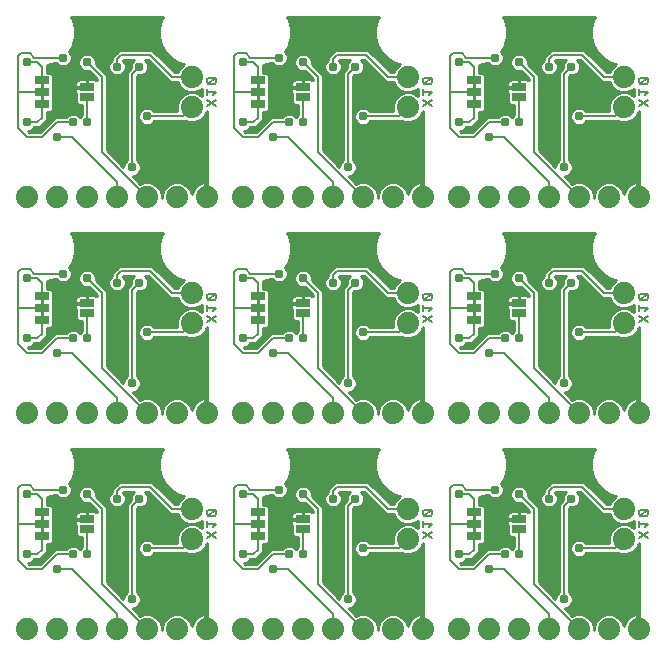
<source format=gbl>
G75*
%MOIN*%
%OFA0B0*%
%FSLAX25Y25*%
%IPPOS*%
%LPD*%
%AMOC8*
5,1,8,0,0,1.08239X$1,22.5*
%
%ADD10C,0.00800*%
%ADD11C,0.07400*%
%ADD12R,0.05000X0.02500*%
%ADD13C,0.01000*%
%ADD14C,0.03100*%
%ADD15C,0.00700*%
D10*
X0067150Y0040435D02*
X0070353Y0042570D01*
X0069285Y0044118D02*
X0070353Y0045186D01*
X0067150Y0045186D01*
X0067150Y0044118D02*
X0067150Y0046254D01*
X0067684Y0047802D02*
X0069819Y0049937D01*
X0067684Y0049937D01*
X0067150Y0049403D01*
X0067150Y0048335D01*
X0067684Y0047802D01*
X0069819Y0047802D01*
X0070353Y0048335D01*
X0070353Y0049403D01*
X0069819Y0049937D01*
X0067150Y0042570D02*
X0070353Y0040435D01*
X0139150Y0040435D02*
X0142353Y0042570D01*
X0141285Y0044118D02*
X0142353Y0045186D01*
X0139150Y0045186D01*
X0139150Y0044118D02*
X0139150Y0046254D01*
X0139684Y0047802D02*
X0141819Y0049937D01*
X0139684Y0049937D01*
X0139150Y0049403D01*
X0139150Y0048335D01*
X0139684Y0047802D01*
X0141819Y0047802D01*
X0142353Y0048335D01*
X0142353Y0049403D01*
X0141819Y0049937D01*
X0139150Y0042570D02*
X0142353Y0040435D01*
X0211150Y0040435D02*
X0214353Y0042570D01*
X0213285Y0044118D02*
X0214353Y0045186D01*
X0211150Y0045186D01*
X0211150Y0044118D02*
X0211150Y0046254D01*
X0211684Y0047802D02*
X0213819Y0049937D01*
X0211684Y0049937D01*
X0211150Y0049403D01*
X0211150Y0048335D01*
X0211684Y0047802D01*
X0213819Y0047802D01*
X0214353Y0048335D01*
X0214353Y0049403D01*
X0213819Y0049937D01*
X0211150Y0042570D02*
X0214353Y0040435D01*
X0214353Y0112435D02*
X0211150Y0114570D01*
X0211150Y0116118D02*
X0211150Y0118254D01*
X0211150Y0117186D02*
X0214353Y0117186D01*
X0213285Y0116118D01*
X0214353Y0114570D02*
X0211150Y0112435D01*
X0211684Y0119802D02*
X0213819Y0121937D01*
X0211684Y0121937D01*
X0211150Y0121403D01*
X0211150Y0120335D01*
X0211684Y0119802D01*
X0213819Y0119802D01*
X0214353Y0120335D01*
X0214353Y0121403D01*
X0213819Y0121937D01*
X0214353Y0184435D02*
X0211150Y0186570D01*
X0211150Y0188118D02*
X0211150Y0190254D01*
X0211150Y0189186D02*
X0214353Y0189186D01*
X0213285Y0188118D01*
X0214353Y0186570D02*
X0211150Y0184435D01*
X0211684Y0191802D02*
X0213819Y0193937D01*
X0211684Y0193937D01*
X0211150Y0193403D01*
X0211150Y0192335D01*
X0211684Y0191802D01*
X0213819Y0191802D01*
X0214353Y0192335D01*
X0214353Y0193403D01*
X0213819Y0193937D01*
X0142353Y0193403D02*
X0142353Y0192335D01*
X0141819Y0191802D01*
X0139684Y0191802D01*
X0141819Y0193937D01*
X0139684Y0193937D01*
X0139150Y0193403D01*
X0139150Y0192335D01*
X0139684Y0191802D01*
X0139150Y0190254D02*
X0139150Y0188118D01*
X0139150Y0189186D02*
X0142353Y0189186D01*
X0141285Y0188118D01*
X0142353Y0186570D02*
X0139150Y0184435D01*
X0139150Y0186570D02*
X0142353Y0184435D01*
X0142353Y0193403D02*
X0141819Y0193937D01*
X0070353Y0193403D02*
X0070353Y0192335D01*
X0069819Y0191802D01*
X0067684Y0191802D01*
X0069819Y0193937D01*
X0067684Y0193937D01*
X0067150Y0193403D01*
X0067150Y0192335D01*
X0067684Y0191802D01*
X0067150Y0190254D02*
X0067150Y0188118D01*
X0067150Y0189186D02*
X0070353Y0189186D01*
X0069285Y0188118D01*
X0070353Y0186570D02*
X0067150Y0184435D01*
X0067150Y0186570D02*
X0070353Y0184435D01*
X0070353Y0193403D02*
X0069819Y0193937D01*
X0069819Y0121937D02*
X0067684Y0121937D01*
X0067150Y0121403D01*
X0067150Y0120335D01*
X0067684Y0119802D01*
X0069819Y0121937D01*
X0070353Y0121403D01*
X0070353Y0120335D01*
X0069819Y0119802D01*
X0067684Y0119802D01*
X0067150Y0118254D02*
X0067150Y0116118D01*
X0067150Y0117186D02*
X0070353Y0117186D01*
X0069285Y0116118D01*
X0070353Y0114570D02*
X0067150Y0112435D01*
X0067150Y0114570D02*
X0070353Y0112435D01*
X0139150Y0112435D02*
X0142353Y0114570D01*
X0141285Y0116118D02*
X0142353Y0117186D01*
X0139150Y0117186D01*
X0139150Y0116118D02*
X0139150Y0118254D01*
X0139684Y0119802D02*
X0141819Y0121937D01*
X0139684Y0121937D01*
X0139150Y0121403D01*
X0139150Y0120335D01*
X0139684Y0119802D01*
X0141819Y0119802D01*
X0142353Y0120335D01*
X0142353Y0121403D01*
X0141819Y0121937D01*
X0139150Y0114570D02*
X0142353Y0112435D01*
D11*
X0007250Y0010060D03*
X0017250Y0010060D03*
X0027250Y0010060D03*
X0037250Y0010060D03*
X0047250Y0010060D03*
X0057250Y0010060D03*
X0067250Y0010060D03*
X0079250Y0010060D03*
X0089250Y0010060D03*
X0099250Y0010060D03*
X0109250Y0010060D03*
X0119250Y0010060D03*
X0129250Y0010060D03*
X0139250Y0010060D03*
X0151250Y0010060D03*
X0161250Y0010060D03*
X0171250Y0010060D03*
X0181250Y0010060D03*
X0191250Y0010060D03*
X0201250Y0010060D03*
X0211250Y0010060D03*
X0206250Y0040060D03*
X0206250Y0050060D03*
X0201250Y0082060D03*
X0191250Y0082060D03*
X0181250Y0082060D03*
X0171250Y0082060D03*
X0161250Y0082060D03*
X0151250Y0082060D03*
X0139250Y0082060D03*
X0129250Y0082060D03*
X0119250Y0082060D03*
X0109250Y0082060D03*
X0099250Y0082060D03*
X0089250Y0082060D03*
X0079250Y0082060D03*
X0067250Y0082060D03*
X0057250Y0082060D03*
X0047250Y0082060D03*
X0037250Y0082060D03*
X0027250Y0082060D03*
X0017250Y0082060D03*
X0007250Y0082060D03*
X0062250Y0112060D03*
X0062250Y0122060D03*
X0057250Y0154060D03*
X0067250Y0154060D03*
X0079250Y0154060D03*
X0089250Y0154060D03*
X0099250Y0154060D03*
X0109250Y0154060D03*
X0119250Y0154060D03*
X0129250Y0154060D03*
X0139250Y0154060D03*
X0151250Y0154060D03*
X0161250Y0154060D03*
X0171250Y0154060D03*
X0181250Y0154060D03*
X0191250Y0154060D03*
X0201250Y0154060D03*
X0211250Y0154060D03*
X0206250Y0184060D03*
X0206250Y0194060D03*
X0206250Y0122060D03*
X0206250Y0112060D03*
X0211250Y0082060D03*
X0134250Y0112060D03*
X0134250Y0122060D03*
X0134250Y0184060D03*
X0134250Y0194060D03*
X0062250Y0194060D03*
X0062250Y0184060D03*
X0047250Y0154060D03*
X0037250Y0154060D03*
X0027250Y0154060D03*
X0017250Y0154060D03*
X0007250Y0154060D03*
X0062250Y0050060D03*
X0062250Y0040060D03*
X0134250Y0040060D03*
X0134250Y0050060D03*
D12*
X0156250Y0049060D03*
X0156250Y0045060D03*
X0156250Y0041060D03*
X0171250Y0043460D03*
X0171250Y0046660D03*
X0156250Y0113060D03*
X0156250Y0117060D03*
X0156250Y0121060D03*
X0171250Y0118660D03*
X0171250Y0115460D03*
X0156250Y0185060D03*
X0156250Y0189060D03*
X0156250Y0193060D03*
X0171250Y0190660D03*
X0171250Y0187460D03*
X0099250Y0187460D03*
X0099250Y0190660D03*
X0084250Y0189060D03*
X0084250Y0193060D03*
X0084250Y0185060D03*
X0027250Y0187460D03*
X0027250Y0190660D03*
X0012250Y0189060D03*
X0012250Y0193060D03*
X0012250Y0185060D03*
X0012250Y0121060D03*
X0012250Y0117060D03*
X0012250Y0113060D03*
X0027250Y0115460D03*
X0027250Y0118660D03*
X0084250Y0117060D03*
X0084250Y0113060D03*
X0084250Y0121060D03*
X0099250Y0118660D03*
X0099250Y0115460D03*
X0084250Y0049060D03*
X0084250Y0045060D03*
X0084250Y0041060D03*
X0099250Y0043460D03*
X0099250Y0046660D03*
X0027250Y0046660D03*
X0027250Y0043460D03*
X0012250Y0045060D03*
X0012250Y0049060D03*
X0012250Y0041060D03*
D13*
X0012250Y0045060D01*
X0012250Y0049060D01*
X0013900Y0051610D02*
X0013900Y0054114D01*
X0016496Y0054810D01*
X0016670Y0054910D01*
X0016870Y0054910D01*
X0017636Y0054144D01*
X0018683Y0053710D01*
X0019817Y0053710D01*
X0020864Y0054144D01*
X0021666Y0054946D01*
X0022100Y0055993D01*
X0022100Y0057127D01*
X0021666Y0058174D01*
X0021229Y0058612D01*
X0022500Y0060814D01*
X0023250Y0063612D01*
X0023250Y0066508D01*
X0022500Y0069306D01*
X0022007Y0070160D01*
X0052493Y0070160D01*
X0052000Y0069306D01*
X0051250Y0066508D01*
X0051250Y0063612D01*
X0052000Y0060814D01*
X0053448Y0058306D01*
X0055496Y0056258D01*
X0058004Y0054810D01*
X0059611Y0054379D01*
X0059418Y0054299D01*
X0058011Y0052892D01*
X0057521Y0051710D01*
X0056433Y0051710D01*
X0049900Y0058243D01*
X0048933Y0059210D01*
X0038067Y0059210D01*
X0037100Y0058243D01*
X0036567Y0057710D01*
X0035600Y0056743D01*
X0035600Y0055940D01*
X0034834Y0055174D01*
X0034400Y0054127D01*
X0034400Y0052993D01*
X0034834Y0051946D01*
X0035636Y0051144D01*
X0036683Y0050710D01*
X0037817Y0050710D01*
X0038864Y0051144D01*
X0039666Y0051946D01*
X0040100Y0052993D01*
X0040100Y0054127D01*
X0039666Y0055174D01*
X0039182Y0055659D01*
X0039433Y0055910D01*
X0043070Y0055910D01*
X0042334Y0055174D01*
X0041900Y0054127D01*
X0041900Y0053043D01*
X0040600Y0051743D01*
X0040600Y0022440D01*
X0039834Y0021674D01*
X0039400Y0020627D01*
X0039400Y0020243D01*
X0033900Y0025743D01*
X0033900Y0050743D01*
X0030100Y0054543D01*
X0030100Y0055627D01*
X0029666Y0056674D01*
X0028864Y0057476D01*
X0027817Y0057910D01*
X0026683Y0057910D01*
X0025636Y0057476D01*
X0024834Y0056674D01*
X0024400Y0055627D01*
X0024400Y0054493D01*
X0024834Y0053446D01*
X0025636Y0052644D01*
X0026683Y0052210D01*
X0027767Y0052210D01*
X0030600Y0049377D01*
X0030600Y0049151D01*
X0030329Y0049308D01*
X0029947Y0049410D01*
X0027375Y0049410D01*
X0027375Y0046785D01*
X0027125Y0046785D01*
X0027125Y0049410D01*
X0024553Y0049410D01*
X0024171Y0049308D01*
X0023829Y0049110D01*
X0023550Y0048831D01*
X0023352Y0048489D01*
X0023250Y0048107D01*
X0023250Y0046785D01*
X0027125Y0046785D01*
X0027125Y0046535D01*
X0023250Y0046535D01*
X0023250Y0045212D01*
X0023352Y0044831D01*
X0023450Y0044662D01*
X0023450Y0041672D01*
X0024212Y0040910D01*
X0025600Y0040910D01*
X0025600Y0037440D01*
X0025000Y0036840D01*
X0024364Y0037476D01*
X0023317Y0037910D01*
X0022183Y0037910D01*
X0021136Y0037476D01*
X0020369Y0036710D01*
X0016567Y0036710D01*
X0015600Y0035743D01*
X0011567Y0031710D01*
X0007933Y0031710D01*
X0007433Y0032210D01*
X0007817Y0032210D01*
X0008864Y0032644D01*
X0009630Y0033410D01*
X0011433Y0033410D01*
X0012933Y0034910D01*
X0013900Y0035877D01*
X0013900Y0038510D01*
X0015288Y0038510D01*
X0016050Y0039272D01*
X0016050Y0042848D01*
X0015838Y0043060D01*
X0016050Y0043272D01*
X0016050Y0046848D01*
X0015838Y0047060D01*
X0016050Y0047272D01*
X0016050Y0050848D01*
X0015288Y0051610D01*
X0013900Y0051610D01*
X0013900Y0051990D02*
X0027987Y0051990D01*
X0028985Y0050992D02*
X0015907Y0050992D01*
X0016050Y0049993D02*
X0029984Y0049993D01*
X0027375Y0048994D02*
X0027125Y0048994D01*
X0027125Y0047996D02*
X0027375Y0047996D01*
X0027375Y0046997D02*
X0027125Y0046997D01*
X0023250Y0046997D02*
X0015901Y0046997D01*
X0016050Y0045999D02*
X0023250Y0045999D01*
X0023307Y0045000D02*
X0016050Y0045000D01*
X0016050Y0044002D02*
X0023450Y0044002D01*
X0023450Y0043003D02*
X0015895Y0043003D01*
X0016050Y0042005D02*
X0023450Y0042005D01*
X0024115Y0041006D02*
X0016050Y0041006D01*
X0016050Y0040008D02*
X0025600Y0040008D01*
X0025600Y0039009D02*
X0015788Y0039009D01*
X0013900Y0038011D02*
X0025600Y0038011D01*
X0025172Y0037012D02*
X0024828Y0037012D01*
X0020672Y0037012D02*
X0013900Y0037012D01*
X0013900Y0036014D02*
X0015870Y0036014D01*
X0014872Y0035015D02*
X0013039Y0035015D01*
X0013873Y0034017D02*
X0012040Y0034017D01*
X0012875Y0033018D02*
X0009239Y0033018D01*
X0007624Y0032020D02*
X0011876Y0032020D01*
X0016050Y0047996D02*
X0023250Y0047996D01*
X0023713Y0048994D02*
X0016050Y0048994D01*
X0013900Y0052989D02*
X0025291Y0052989D01*
X0024610Y0053987D02*
X0020486Y0053987D01*
X0021683Y0054986D02*
X0024400Y0054986D01*
X0024548Y0055984D02*
X0022096Y0055984D01*
X0022100Y0056983D02*
X0025142Y0056983D01*
X0021746Y0057981D02*
X0036838Y0057981D01*
X0037836Y0058980D02*
X0021441Y0058980D01*
X0022018Y0059978D02*
X0052482Y0059978D01*
X0051956Y0060977D02*
X0022544Y0060977D01*
X0022811Y0061975D02*
X0051689Y0061975D01*
X0051421Y0062974D02*
X0023079Y0062974D01*
X0023250Y0063972D02*
X0051250Y0063972D01*
X0051250Y0064971D02*
X0023250Y0064971D01*
X0023250Y0065969D02*
X0051250Y0065969D01*
X0051373Y0066968D02*
X0023127Y0066968D01*
X0022859Y0067966D02*
X0051641Y0067966D01*
X0051908Y0068965D02*
X0022592Y0068965D01*
X0022121Y0069963D02*
X0052379Y0069963D01*
X0053059Y0058980D02*
X0049164Y0058980D01*
X0050162Y0057981D02*
X0053773Y0057981D01*
X0054771Y0056983D02*
X0051161Y0056983D01*
X0052159Y0055984D02*
X0055970Y0055984D01*
X0057699Y0054986D02*
X0053158Y0054986D01*
X0054156Y0053987D02*
X0059106Y0053987D01*
X0058107Y0052989D02*
X0055155Y0052989D01*
X0056153Y0051990D02*
X0057637Y0051990D01*
X0057521Y0048410D02*
X0055067Y0048410D01*
X0047567Y0055910D01*
X0046430Y0055910D01*
X0047166Y0055174D01*
X0047600Y0054127D01*
X0047600Y0052993D01*
X0047166Y0051946D01*
X0046364Y0051144D01*
X0045317Y0050710D01*
X0044233Y0050710D01*
X0043900Y0050377D01*
X0043900Y0022440D01*
X0044666Y0021674D01*
X0045100Y0020627D01*
X0045100Y0019493D01*
X0044666Y0018446D01*
X0043864Y0017644D01*
X0042817Y0017210D01*
X0042433Y0017210D01*
X0045073Y0014570D01*
X0046255Y0015060D01*
X0048245Y0015060D01*
X0050082Y0014299D01*
X0051489Y0012892D01*
X0052250Y0011055D01*
X0052250Y0009960D01*
X0052250Y0009960D01*
X0052250Y0011055D01*
X0053011Y0012892D01*
X0054418Y0014299D01*
X0056255Y0015060D01*
X0058245Y0015060D01*
X0060082Y0014299D01*
X0061489Y0012892D01*
X0062172Y0011242D01*
X0062178Y0011278D01*
X0062431Y0012056D01*
X0062803Y0012785D01*
X0063284Y0013448D01*
X0063862Y0014026D01*
X0064525Y0014507D01*
X0065254Y0014879D01*
X0066032Y0015132D01*
X0066750Y0015246D01*
X0066750Y0010560D01*
X0067350Y0010560D01*
X0067350Y0038662D01*
X0067103Y0038711D01*
X0066489Y0037228D01*
X0065082Y0035821D01*
X0063245Y0035060D01*
X0061255Y0035060D01*
X0060073Y0035550D01*
X0059933Y0035410D01*
X0049630Y0035410D01*
X0048864Y0034644D01*
X0047817Y0034210D01*
X0046683Y0034210D01*
X0045636Y0034644D01*
X0044834Y0035446D01*
X0044400Y0036493D01*
X0044400Y0037627D01*
X0044834Y0038674D01*
X0045636Y0039476D01*
X0046683Y0039910D01*
X0047817Y0039910D01*
X0048864Y0039476D01*
X0049630Y0038710D01*
X0057397Y0038710D01*
X0057250Y0039065D01*
X0057250Y0041055D01*
X0058011Y0042892D01*
X0059418Y0044299D01*
X0061255Y0045060D01*
X0063245Y0045060D01*
X0065082Y0044299D01*
X0065450Y0043931D01*
X0065450Y0046189D01*
X0065082Y0045821D01*
X0063245Y0045060D01*
X0061255Y0045060D01*
X0059418Y0045821D01*
X0058011Y0047228D01*
X0057521Y0048410D01*
X0057693Y0047996D02*
X0043900Y0047996D01*
X0043900Y0048994D02*
X0054482Y0048994D01*
X0053484Y0049993D02*
X0043900Y0049993D01*
X0045997Y0050992D02*
X0052485Y0050992D01*
X0051487Y0051990D02*
X0047184Y0051990D01*
X0047598Y0052989D02*
X0050488Y0052989D01*
X0049489Y0053987D02*
X0047600Y0053987D01*
X0047244Y0054986D02*
X0048491Y0054986D01*
X0042256Y0054986D02*
X0039744Y0054986D01*
X0040100Y0053987D02*
X0041900Y0053987D01*
X0041845Y0052989D02*
X0040098Y0052989D01*
X0039684Y0051990D02*
X0040847Y0051990D01*
X0040600Y0050992D02*
X0038497Y0050992D01*
X0040600Y0049993D02*
X0033900Y0049993D01*
X0033900Y0048994D02*
X0040600Y0048994D01*
X0040600Y0047996D02*
X0033900Y0047996D01*
X0033900Y0046997D02*
X0040600Y0046997D01*
X0040600Y0045999D02*
X0033900Y0045999D01*
X0033900Y0045000D02*
X0040600Y0045000D01*
X0040600Y0044002D02*
X0033900Y0044002D01*
X0033900Y0043003D02*
X0040600Y0043003D01*
X0040600Y0042005D02*
X0033900Y0042005D01*
X0033900Y0041006D02*
X0040600Y0041006D01*
X0040600Y0040008D02*
X0033900Y0040008D01*
X0033900Y0039009D02*
X0040600Y0039009D01*
X0040600Y0038011D02*
X0033900Y0038011D01*
X0033900Y0037012D02*
X0040600Y0037012D01*
X0040600Y0036014D02*
X0033900Y0036014D01*
X0033900Y0035015D02*
X0040600Y0035015D01*
X0040600Y0034017D02*
X0033900Y0034017D01*
X0033900Y0033018D02*
X0040600Y0033018D01*
X0040600Y0032020D02*
X0033900Y0032020D01*
X0033900Y0031021D02*
X0040600Y0031021D01*
X0040600Y0030023D02*
X0033900Y0030023D01*
X0033900Y0029024D02*
X0040600Y0029024D01*
X0040600Y0028026D02*
X0033900Y0028026D01*
X0033900Y0027027D02*
X0040600Y0027027D01*
X0040600Y0026029D02*
X0033900Y0026029D01*
X0034613Y0025030D02*
X0040600Y0025030D01*
X0040600Y0024032D02*
X0035612Y0024032D01*
X0036610Y0023033D02*
X0040600Y0023033D01*
X0040194Y0022035D02*
X0037609Y0022035D01*
X0038607Y0021036D02*
X0039570Y0021036D01*
X0043900Y0023033D02*
X0067350Y0023033D01*
X0067350Y0022035D02*
X0044306Y0022035D01*
X0044930Y0021036D02*
X0067350Y0021036D01*
X0067350Y0020038D02*
X0045100Y0020038D01*
X0044912Y0019039D02*
X0067350Y0019039D01*
X0067350Y0018041D02*
X0044261Y0018041D01*
X0042601Y0017042D02*
X0067350Y0017042D01*
X0067350Y0016044D02*
X0043600Y0016044D01*
X0044598Y0015045D02*
X0046220Y0015045D01*
X0048280Y0015045D02*
X0056220Y0015045D01*
X0058280Y0015045D02*
X0065765Y0015045D01*
X0066750Y0015045D02*
X0067350Y0015045D01*
X0067350Y0014047D02*
X0066750Y0014047D01*
X0066750Y0013048D02*
X0067350Y0013048D01*
X0067350Y0012050D02*
X0066750Y0012050D01*
X0066750Y0011051D02*
X0067350Y0011051D01*
X0063890Y0014047D02*
X0060334Y0014047D01*
X0061333Y0013048D02*
X0062993Y0013048D01*
X0062429Y0012050D02*
X0061838Y0012050D01*
X0054166Y0014047D02*
X0050334Y0014047D01*
X0051333Y0013048D02*
X0053167Y0013048D01*
X0052662Y0012050D02*
X0051838Y0012050D01*
X0052250Y0011051D02*
X0052250Y0011051D01*
X0052250Y0010053D02*
X0052250Y0010053D01*
X0043900Y0024032D02*
X0067350Y0024032D01*
X0067350Y0025030D02*
X0043900Y0025030D01*
X0043900Y0026029D02*
X0067350Y0026029D01*
X0067350Y0027027D02*
X0043900Y0027027D01*
X0043900Y0028026D02*
X0067350Y0028026D01*
X0067350Y0029024D02*
X0043900Y0029024D01*
X0043900Y0030023D02*
X0067350Y0030023D01*
X0067350Y0031021D02*
X0043900Y0031021D01*
X0043900Y0032020D02*
X0067350Y0032020D01*
X0067350Y0033018D02*
X0043900Y0033018D01*
X0043900Y0034017D02*
X0067350Y0034017D01*
X0067350Y0035015D02*
X0049236Y0035015D01*
X0045264Y0035015D02*
X0043900Y0035015D01*
X0043900Y0036014D02*
X0044598Y0036014D01*
X0044400Y0037012D02*
X0043900Y0037012D01*
X0043900Y0038011D02*
X0044559Y0038011D01*
X0045169Y0039009D02*
X0043900Y0039009D01*
X0043900Y0040008D02*
X0057250Y0040008D01*
X0057250Y0041006D02*
X0043900Y0041006D01*
X0043900Y0042005D02*
X0057644Y0042005D01*
X0058122Y0043003D02*
X0043900Y0043003D01*
X0043900Y0044002D02*
X0059121Y0044002D01*
X0059240Y0045999D02*
X0043900Y0045999D01*
X0043900Y0046997D02*
X0058241Y0046997D01*
X0061112Y0045000D02*
X0043900Y0045000D01*
X0049331Y0039009D02*
X0057273Y0039009D01*
X0065275Y0036014D02*
X0067350Y0036014D01*
X0067350Y0037012D02*
X0066273Y0037012D01*
X0066813Y0038011D02*
X0067350Y0038011D01*
X0065450Y0044002D02*
X0065379Y0044002D01*
X0065450Y0045000D02*
X0063388Y0045000D01*
X0065260Y0045999D02*
X0065450Y0045999D01*
X0079433Y0032210D02*
X0079817Y0032210D01*
X0080864Y0032644D01*
X0081630Y0033410D01*
X0083433Y0033410D01*
X0084933Y0034910D01*
X0085900Y0035877D01*
X0085900Y0038510D01*
X0087288Y0038510D01*
X0088050Y0039272D01*
X0088050Y0042848D01*
X0087838Y0043060D01*
X0088050Y0043272D01*
X0088050Y0046848D01*
X0087838Y0047060D01*
X0088050Y0047272D01*
X0088050Y0050848D01*
X0087288Y0051610D01*
X0085900Y0051610D01*
X0085900Y0054114D01*
X0088496Y0054810D01*
X0088670Y0054910D01*
X0088869Y0054910D01*
X0089636Y0054144D01*
X0090683Y0053710D01*
X0091817Y0053710D01*
X0092864Y0054144D01*
X0093666Y0054946D01*
X0094100Y0055993D01*
X0094100Y0057127D01*
X0093666Y0058174D01*
X0093229Y0058612D01*
X0094500Y0060814D01*
X0095250Y0063612D01*
X0095250Y0066508D01*
X0094500Y0069306D01*
X0094007Y0070160D01*
X0124493Y0070160D01*
X0124000Y0069306D01*
X0123250Y0066508D01*
X0123250Y0063612D01*
X0124000Y0060814D01*
X0125448Y0058306D01*
X0127496Y0056258D01*
X0130004Y0054810D01*
X0131611Y0054379D01*
X0131418Y0054299D01*
X0130011Y0052892D01*
X0129521Y0051710D01*
X0128433Y0051710D01*
X0121900Y0058243D01*
X0121900Y0058243D01*
X0120933Y0059210D01*
X0110067Y0059210D01*
X0108567Y0057710D01*
X0107600Y0056743D01*
X0107600Y0055940D01*
X0106834Y0055174D01*
X0106400Y0054127D01*
X0106400Y0052993D01*
X0106834Y0051946D01*
X0107636Y0051144D01*
X0108683Y0050710D01*
X0109817Y0050710D01*
X0110864Y0051144D01*
X0111666Y0051946D01*
X0112100Y0052993D01*
X0112100Y0054127D01*
X0111666Y0055174D01*
X0111182Y0055659D01*
X0111433Y0055910D01*
X0115070Y0055910D01*
X0114334Y0055174D01*
X0113900Y0054127D01*
X0113900Y0053043D01*
X0112600Y0051743D01*
X0112600Y0022440D01*
X0111834Y0021674D01*
X0111400Y0020627D01*
X0111400Y0020243D01*
X0105900Y0025743D01*
X0105900Y0050743D01*
X0102100Y0054543D01*
X0102100Y0055627D01*
X0101666Y0056674D01*
X0100864Y0057476D01*
X0099817Y0057910D01*
X0098683Y0057910D01*
X0097636Y0057476D01*
X0096834Y0056674D01*
X0096400Y0055627D01*
X0096400Y0054493D01*
X0096834Y0053446D01*
X0097636Y0052644D01*
X0098683Y0052210D01*
X0099767Y0052210D01*
X0102600Y0049377D01*
X0102600Y0049151D01*
X0102329Y0049308D01*
X0101947Y0049410D01*
X0099375Y0049410D01*
X0099375Y0046785D01*
X0099125Y0046785D01*
X0099125Y0049410D01*
X0096553Y0049410D01*
X0096171Y0049308D01*
X0095829Y0049110D01*
X0095550Y0048831D01*
X0095352Y0048489D01*
X0095250Y0048107D01*
X0095250Y0046785D01*
X0099125Y0046785D01*
X0099125Y0046535D01*
X0095250Y0046535D01*
X0095250Y0045212D01*
X0095352Y0044831D01*
X0095450Y0044662D01*
X0095450Y0041672D01*
X0096212Y0040910D01*
X0097600Y0040910D01*
X0097600Y0037440D01*
X0097000Y0036840D01*
X0096364Y0037476D01*
X0095317Y0037910D01*
X0094183Y0037910D01*
X0093136Y0037476D01*
X0092369Y0036710D01*
X0088567Y0036710D01*
X0087600Y0035743D01*
X0083567Y0031710D01*
X0079933Y0031710D01*
X0079433Y0032210D01*
X0079624Y0032020D02*
X0083876Y0032020D01*
X0084875Y0033018D02*
X0081239Y0033018D01*
X0084040Y0034017D02*
X0085873Y0034017D01*
X0085039Y0035015D02*
X0086872Y0035015D01*
X0085900Y0036014D02*
X0087870Y0036014D01*
X0085900Y0037012D02*
X0092672Y0037012D01*
X0096828Y0037012D02*
X0097172Y0037012D01*
X0097600Y0038011D02*
X0085900Y0038011D01*
X0087788Y0039009D02*
X0097600Y0039009D01*
X0097600Y0040008D02*
X0088050Y0040008D01*
X0088050Y0041006D02*
X0096115Y0041006D01*
X0095450Y0042005D02*
X0088050Y0042005D01*
X0087895Y0043003D02*
X0095450Y0043003D01*
X0095450Y0044002D02*
X0088050Y0044002D01*
X0088050Y0045000D02*
X0095307Y0045000D01*
X0095250Y0045999D02*
X0088050Y0045999D01*
X0087901Y0046997D02*
X0095250Y0046997D01*
X0095250Y0047996D02*
X0088050Y0047996D01*
X0088050Y0048994D02*
X0095713Y0048994D01*
X0097291Y0052989D02*
X0085900Y0052989D01*
X0085900Y0053987D02*
X0090014Y0053987D01*
X0092486Y0053987D02*
X0096610Y0053987D01*
X0096400Y0054986D02*
X0093683Y0054986D01*
X0094096Y0055984D02*
X0096548Y0055984D01*
X0097142Y0056983D02*
X0094100Y0056983D01*
X0093746Y0057981D02*
X0108838Y0057981D01*
X0109836Y0058980D02*
X0093441Y0058980D01*
X0094018Y0059978D02*
X0124482Y0059978D01*
X0123956Y0060977D02*
X0094544Y0060977D01*
X0094811Y0061975D02*
X0123689Y0061975D01*
X0123421Y0062974D02*
X0095079Y0062974D01*
X0095250Y0063972D02*
X0123250Y0063972D01*
X0123250Y0064971D02*
X0095250Y0064971D01*
X0095250Y0065969D02*
X0123250Y0065969D01*
X0123373Y0066968D02*
X0095127Y0066968D01*
X0094859Y0067966D02*
X0123641Y0067966D01*
X0123908Y0068965D02*
X0094592Y0068965D01*
X0094121Y0069963D02*
X0124379Y0069963D01*
X0125059Y0058980D02*
X0121164Y0058980D01*
X0122162Y0057981D02*
X0125773Y0057981D01*
X0126771Y0056983D02*
X0123161Y0056983D01*
X0124159Y0055984D02*
X0127970Y0055984D01*
X0129699Y0054986D02*
X0125158Y0054986D01*
X0126156Y0053987D02*
X0131106Y0053987D01*
X0130107Y0052989D02*
X0127155Y0052989D01*
X0128153Y0051990D02*
X0129637Y0051990D01*
X0129521Y0048410D02*
X0127067Y0048410D01*
X0119567Y0055910D01*
X0118430Y0055910D01*
X0119166Y0055174D01*
X0119600Y0054127D01*
X0119600Y0052993D01*
X0119166Y0051946D01*
X0118364Y0051144D01*
X0117317Y0050710D01*
X0116233Y0050710D01*
X0115900Y0050377D01*
X0115900Y0022440D01*
X0116666Y0021674D01*
X0117100Y0020627D01*
X0117100Y0019493D01*
X0116666Y0018446D01*
X0115864Y0017644D01*
X0114817Y0017210D01*
X0114433Y0017210D01*
X0117073Y0014570D01*
X0118255Y0015060D01*
X0120245Y0015060D01*
X0122082Y0014299D01*
X0123489Y0012892D01*
X0124250Y0011055D01*
X0124250Y0009960D01*
X0124250Y0009960D01*
X0124250Y0011055D01*
X0125011Y0012892D01*
X0126418Y0014299D01*
X0128255Y0015060D01*
X0130245Y0015060D01*
X0132082Y0014299D01*
X0133489Y0012892D01*
X0134172Y0011242D01*
X0134178Y0011278D01*
X0134431Y0012056D01*
X0134803Y0012785D01*
X0135284Y0013448D01*
X0135862Y0014026D01*
X0136525Y0014507D01*
X0137254Y0014879D01*
X0138032Y0015132D01*
X0138750Y0015246D01*
X0138750Y0010560D01*
X0139350Y0010560D01*
X0139350Y0038662D01*
X0139103Y0038711D01*
X0138489Y0037228D01*
X0137082Y0035821D01*
X0135245Y0035060D01*
X0133255Y0035060D01*
X0132073Y0035550D01*
X0131933Y0035410D01*
X0121630Y0035410D01*
X0120864Y0034644D01*
X0119817Y0034210D01*
X0118683Y0034210D01*
X0117636Y0034644D01*
X0116834Y0035446D01*
X0116400Y0036493D01*
X0116400Y0037627D01*
X0116834Y0038674D01*
X0117636Y0039476D01*
X0118683Y0039910D01*
X0119817Y0039910D01*
X0120864Y0039476D01*
X0121630Y0038710D01*
X0129397Y0038710D01*
X0129250Y0039065D01*
X0129250Y0041055D01*
X0130011Y0042892D01*
X0131418Y0044299D01*
X0133255Y0045060D01*
X0135245Y0045060D01*
X0137082Y0044299D01*
X0137450Y0043931D01*
X0137450Y0046189D01*
X0137082Y0045821D01*
X0135245Y0045060D01*
X0133255Y0045060D01*
X0131418Y0045821D01*
X0130011Y0047228D01*
X0129521Y0048410D01*
X0129693Y0047996D02*
X0115900Y0047996D01*
X0115900Y0048994D02*
X0126482Y0048994D01*
X0125484Y0049993D02*
X0115900Y0049993D01*
X0117997Y0050992D02*
X0124485Y0050992D01*
X0123487Y0051990D02*
X0119184Y0051990D01*
X0119598Y0052989D02*
X0122488Y0052989D01*
X0121489Y0053987D02*
X0119600Y0053987D01*
X0119244Y0054986D02*
X0120491Y0054986D01*
X0114256Y0054986D02*
X0111744Y0054986D01*
X0112100Y0053987D02*
X0113900Y0053987D01*
X0113845Y0052989D02*
X0112098Y0052989D01*
X0111684Y0051990D02*
X0112847Y0051990D01*
X0112600Y0050992D02*
X0110497Y0050992D01*
X0112600Y0049993D02*
X0105900Y0049993D01*
X0105900Y0048994D02*
X0112600Y0048994D01*
X0112600Y0047996D02*
X0105900Y0047996D01*
X0105900Y0046997D02*
X0112600Y0046997D01*
X0112600Y0045999D02*
X0105900Y0045999D01*
X0105900Y0045000D02*
X0112600Y0045000D01*
X0112600Y0044002D02*
X0105900Y0044002D01*
X0105900Y0043003D02*
X0112600Y0043003D01*
X0112600Y0042005D02*
X0105900Y0042005D01*
X0105900Y0041006D02*
X0112600Y0041006D01*
X0112600Y0040008D02*
X0105900Y0040008D01*
X0105900Y0039009D02*
X0112600Y0039009D01*
X0112600Y0038011D02*
X0105900Y0038011D01*
X0105900Y0037012D02*
X0112600Y0037012D01*
X0112600Y0036014D02*
X0105900Y0036014D01*
X0105900Y0035015D02*
X0112600Y0035015D01*
X0112600Y0034017D02*
X0105900Y0034017D01*
X0105900Y0033018D02*
X0112600Y0033018D01*
X0112600Y0032020D02*
X0105900Y0032020D01*
X0105900Y0031021D02*
X0112600Y0031021D01*
X0112600Y0030023D02*
X0105900Y0030023D01*
X0105900Y0029024D02*
X0112600Y0029024D01*
X0112600Y0028026D02*
X0105900Y0028026D01*
X0105900Y0027027D02*
X0112600Y0027027D01*
X0112600Y0026029D02*
X0105900Y0026029D01*
X0106613Y0025030D02*
X0112600Y0025030D01*
X0112600Y0024032D02*
X0107612Y0024032D01*
X0108610Y0023033D02*
X0112600Y0023033D01*
X0112194Y0022035D02*
X0109609Y0022035D01*
X0110607Y0021036D02*
X0111570Y0021036D01*
X0115900Y0023033D02*
X0139350Y0023033D01*
X0139350Y0022035D02*
X0116306Y0022035D01*
X0116930Y0021036D02*
X0139350Y0021036D01*
X0139350Y0020038D02*
X0117100Y0020038D01*
X0116912Y0019039D02*
X0139350Y0019039D01*
X0139350Y0018041D02*
X0116261Y0018041D01*
X0114601Y0017042D02*
X0139350Y0017042D01*
X0139350Y0016044D02*
X0115600Y0016044D01*
X0116598Y0015045D02*
X0118220Y0015045D01*
X0120280Y0015045D02*
X0128220Y0015045D01*
X0130280Y0015045D02*
X0137765Y0015045D01*
X0138750Y0015045D02*
X0139350Y0015045D01*
X0139350Y0014047D02*
X0138750Y0014047D01*
X0138750Y0013048D02*
X0139350Y0013048D01*
X0139350Y0012050D02*
X0138750Y0012050D01*
X0138750Y0011051D02*
X0139350Y0011051D01*
X0135890Y0014047D02*
X0132334Y0014047D01*
X0133333Y0013048D02*
X0134993Y0013048D01*
X0134429Y0012050D02*
X0133838Y0012050D01*
X0126166Y0014047D02*
X0122334Y0014047D01*
X0123333Y0013048D02*
X0125167Y0013048D01*
X0124662Y0012050D02*
X0123838Y0012050D01*
X0124250Y0011051D02*
X0124250Y0011051D01*
X0124250Y0010053D02*
X0124250Y0010053D01*
X0115900Y0024032D02*
X0139350Y0024032D01*
X0139350Y0025030D02*
X0115900Y0025030D01*
X0115900Y0026029D02*
X0139350Y0026029D01*
X0139350Y0027027D02*
X0115900Y0027027D01*
X0115900Y0028026D02*
X0139350Y0028026D01*
X0139350Y0029024D02*
X0115900Y0029024D01*
X0115900Y0030023D02*
X0139350Y0030023D01*
X0139350Y0031021D02*
X0115900Y0031021D01*
X0115900Y0032020D02*
X0139350Y0032020D01*
X0139350Y0033018D02*
X0115900Y0033018D01*
X0115900Y0034017D02*
X0139350Y0034017D01*
X0139350Y0035015D02*
X0121236Y0035015D01*
X0117264Y0035015D02*
X0115900Y0035015D01*
X0115900Y0036014D02*
X0116598Y0036014D01*
X0116400Y0037012D02*
X0115900Y0037012D01*
X0115900Y0038011D02*
X0116559Y0038011D01*
X0117169Y0039009D02*
X0115900Y0039009D01*
X0115900Y0040008D02*
X0129250Y0040008D01*
X0129250Y0041006D02*
X0115900Y0041006D01*
X0115900Y0042005D02*
X0129644Y0042005D01*
X0130122Y0043003D02*
X0115900Y0043003D01*
X0115900Y0044002D02*
X0131121Y0044002D01*
X0131240Y0045999D02*
X0115900Y0045999D01*
X0115900Y0046997D02*
X0130241Y0046997D01*
X0133112Y0045000D02*
X0115900Y0045000D01*
X0121331Y0039009D02*
X0129273Y0039009D01*
X0135388Y0045000D02*
X0137450Y0045000D01*
X0137450Y0044002D02*
X0137379Y0044002D01*
X0137450Y0045999D02*
X0137260Y0045999D01*
X0138813Y0038011D02*
X0139350Y0038011D01*
X0139350Y0037012D02*
X0138273Y0037012D01*
X0137275Y0036014D02*
X0139350Y0036014D01*
X0151433Y0032210D02*
X0151817Y0032210D01*
X0152864Y0032644D01*
X0153630Y0033410D01*
X0155433Y0033410D01*
X0156933Y0034910D01*
X0157900Y0035877D01*
X0157900Y0038510D01*
X0159288Y0038510D01*
X0160050Y0039272D01*
X0160050Y0042848D01*
X0159838Y0043060D01*
X0160050Y0043272D01*
X0160050Y0046848D01*
X0159838Y0047060D01*
X0160050Y0047272D01*
X0160050Y0050848D01*
X0159288Y0051610D01*
X0157900Y0051610D01*
X0157900Y0054114D01*
X0160496Y0054810D01*
X0160670Y0054910D01*
X0160869Y0054910D01*
X0161636Y0054144D01*
X0162683Y0053710D01*
X0163817Y0053710D01*
X0164864Y0054144D01*
X0165666Y0054946D01*
X0166100Y0055993D01*
X0166100Y0057127D01*
X0165666Y0058174D01*
X0165229Y0058612D01*
X0166500Y0060814D01*
X0167250Y0063612D01*
X0167250Y0066508D01*
X0166500Y0069306D01*
X0166007Y0070160D01*
X0196493Y0070160D01*
X0196000Y0069306D01*
X0195250Y0066508D01*
X0195250Y0063612D01*
X0196000Y0060814D01*
X0197448Y0058306D01*
X0199496Y0056258D01*
X0202004Y0054810D01*
X0203611Y0054379D01*
X0203418Y0054299D01*
X0202011Y0052892D01*
X0201521Y0051710D01*
X0200433Y0051710D01*
X0193900Y0058243D01*
X0192933Y0059210D01*
X0182067Y0059210D01*
X0181100Y0058243D01*
X0180567Y0057710D01*
X0179600Y0056743D01*
X0179600Y0055940D01*
X0178834Y0055174D01*
X0178400Y0054127D01*
X0178400Y0052993D01*
X0178834Y0051946D01*
X0179636Y0051144D01*
X0180683Y0050710D01*
X0181817Y0050710D01*
X0182864Y0051144D01*
X0183666Y0051946D01*
X0184100Y0052993D01*
X0184100Y0054127D01*
X0183666Y0055174D01*
X0183182Y0055659D01*
X0183433Y0055910D01*
X0187070Y0055910D01*
X0186334Y0055174D01*
X0185900Y0054127D01*
X0185900Y0053043D01*
X0184600Y0051743D01*
X0184600Y0022440D01*
X0183834Y0021674D01*
X0183400Y0020627D01*
X0183400Y0020243D01*
X0177900Y0025743D01*
X0177900Y0050743D01*
X0174100Y0054543D01*
X0174100Y0055627D01*
X0173666Y0056674D01*
X0172864Y0057476D01*
X0171817Y0057910D01*
X0170683Y0057910D01*
X0169636Y0057476D01*
X0168834Y0056674D01*
X0168400Y0055627D01*
X0168400Y0054493D01*
X0168834Y0053446D01*
X0169636Y0052644D01*
X0170683Y0052210D01*
X0171767Y0052210D01*
X0174600Y0049377D01*
X0174600Y0049151D01*
X0174329Y0049308D01*
X0173947Y0049410D01*
X0171375Y0049410D01*
X0171375Y0046785D01*
X0171125Y0046785D01*
X0171125Y0049410D01*
X0168553Y0049410D01*
X0168171Y0049308D01*
X0167829Y0049110D01*
X0167550Y0048831D01*
X0167352Y0048489D01*
X0167250Y0048107D01*
X0167250Y0046785D01*
X0171125Y0046785D01*
X0171125Y0046535D01*
X0167250Y0046535D01*
X0167250Y0045212D01*
X0167352Y0044831D01*
X0167450Y0044662D01*
X0167450Y0041672D01*
X0168212Y0040910D01*
X0169600Y0040910D01*
X0169600Y0037440D01*
X0169000Y0036840D01*
X0168364Y0037476D01*
X0167317Y0037910D01*
X0166183Y0037910D01*
X0165136Y0037476D01*
X0164369Y0036710D01*
X0160567Y0036710D01*
X0159600Y0035743D01*
X0155567Y0031710D01*
X0151933Y0031710D01*
X0151433Y0032210D01*
X0151624Y0032020D02*
X0155876Y0032020D01*
X0156875Y0033018D02*
X0153239Y0033018D01*
X0156040Y0034017D02*
X0157873Y0034017D01*
X0157039Y0035015D02*
X0158872Y0035015D01*
X0157900Y0036014D02*
X0159870Y0036014D01*
X0157900Y0037012D02*
X0164672Y0037012D01*
X0168828Y0037012D02*
X0169172Y0037012D01*
X0169600Y0038011D02*
X0157900Y0038011D01*
X0159788Y0039009D02*
X0169600Y0039009D01*
X0169600Y0040008D02*
X0160050Y0040008D01*
X0160050Y0041006D02*
X0168115Y0041006D01*
X0167450Y0042005D02*
X0160050Y0042005D01*
X0159895Y0043003D02*
X0167450Y0043003D01*
X0167450Y0044002D02*
X0160050Y0044002D01*
X0160050Y0045000D02*
X0167307Y0045000D01*
X0167250Y0045999D02*
X0160050Y0045999D01*
X0159901Y0046997D02*
X0167250Y0046997D01*
X0167250Y0047996D02*
X0160050Y0047996D01*
X0160050Y0048994D02*
X0167713Y0048994D01*
X0169291Y0052989D02*
X0157900Y0052989D01*
X0157900Y0053987D02*
X0162014Y0053987D01*
X0159907Y0050992D02*
X0172985Y0050992D01*
X0171987Y0051990D02*
X0157900Y0051990D01*
X0160050Y0049993D02*
X0173984Y0049993D01*
X0171375Y0048994D02*
X0171125Y0048994D01*
X0171125Y0047996D02*
X0171375Y0047996D01*
X0171375Y0046997D02*
X0171125Y0046997D01*
X0176653Y0051990D02*
X0178815Y0051990D01*
X0178402Y0052989D02*
X0175655Y0052989D01*
X0174656Y0053987D02*
X0178400Y0053987D01*
X0178756Y0054986D02*
X0174100Y0054986D01*
X0173952Y0055984D02*
X0179600Y0055984D01*
X0179839Y0056983D02*
X0173358Y0056983D01*
X0169142Y0056983D02*
X0166100Y0056983D01*
X0166096Y0055984D02*
X0168548Y0055984D01*
X0168400Y0054986D02*
X0165683Y0054986D01*
X0164486Y0053987D02*
X0168610Y0053987D01*
X0165746Y0057981D02*
X0180838Y0057981D01*
X0181836Y0058980D02*
X0165441Y0058980D01*
X0166018Y0059978D02*
X0196482Y0059978D01*
X0195956Y0060977D02*
X0166544Y0060977D01*
X0166811Y0061975D02*
X0195689Y0061975D01*
X0195421Y0062974D02*
X0167079Y0062974D01*
X0167250Y0063972D02*
X0195250Y0063972D01*
X0195250Y0064971D02*
X0167250Y0064971D01*
X0167250Y0065969D02*
X0195250Y0065969D01*
X0195373Y0066968D02*
X0167127Y0066968D01*
X0166859Y0067966D02*
X0195641Y0067966D01*
X0195908Y0068965D02*
X0166592Y0068965D01*
X0166121Y0069963D02*
X0196379Y0069963D01*
X0197059Y0058980D02*
X0193164Y0058980D01*
X0194162Y0057981D02*
X0197773Y0057981D01*
X0198771Y0056983D02*
X0195161Y0056983D01*
X0196159Y0055984D02*
X0199970Y0055984D01*
X0201699Y0054986D02*
X0197158Y0054986D01*
X0198156Y0053987D02*
X0203106Y0053987D01*
X0202107Y0052989D02*
X0199155Y0052989D01*
X0200153Y0051990D02*
X0201637Y0051990D01*
X0198482Y0048994D02*
X0187900Y0048994D01*
X0187900Y0047996D02*
X0201693Y0047996D01*
X0201521Y0048410D02*
X0202011Y0047228D01*
X0203418Y0045821D01*
X0205255Y0045060D01*
X0203418Y0044299D01*
X0202011Y0042892D01*
X0201250Y0041055D01*
X0201250Y0039065D01*
X0201397Y0038710D01*
X0193630Y0038710D01*
X0192864Y0039476D01*
X0191817Y0039910D01*
X0190683Y0039910D01*
X0189636Y0039476D01*
X0188834Y0038674D01*
X0188400Y0037627D01*
X0188400Y0036493D01*
X0188834Y0035446D01*
X0189636Y0034644D01*
X0190683Y0034210D01*
X0191817Y0034210D01*
X0192864Y0034644D01*
X0193630Y0035410D01*
X0203933Y0035410D01*
X0204073Y0035550D01*
X0205255Y0035060D01*
X0207245Y0035060D01*
X0209082Y0035821D01*
X0210489Y0037228D01*
X0211103Y0038711D01*
X0211350Y0038662D01*
X0211350Y0010560D01*
X0210750Y0010560D01*
X0210750Y0015246D01*
X0210032Y0015132D01*
X0209254Y0014879D01*
X0208525Y0014507D01*
X0207862Y0014026D01*
X0207284Y0013448D01*
X0206803Y0012785D01*
X0206431Y0012056D01*
X0206178Y0011278D01*
X0206172Y0011242D01*
X0205489Y0012892D01*
X0204082Y0014299D01*
X0202245Y0015060D01*
X0200255Y0015060D01*
X0198418Y0014299D01*
X0197011Y0012892D01*
X0196250Y0011055D01*
X0195489Y0012892D01*
X0194082Y0014299D01*
X0192245Y0015060D01*
X0190255Y0015060D01*
X0189073Y0014570D01*
X0186433Y0017210D01*
X0186817Y0017210D01*
X0187864Y0017644D01*
X0188666Y0018446D01*
X0189100Y0019493D01*
X0189100Y0020627D01*
X0188666Y0021674D01*
X0187900Y0022440D01*
X0187900Y0050377D01*
X0188233Y0050710D01*
X0189317Y0050710D01*
X0190364Y0051144D01*
X0191166Y0051946D01*
X0191600Y0052993D01*
X0191600Y0054127D01*
X0191166Y0055174D01*
X0190430Y0055910D01*
X0191567Y0055910D01*
X0199067Y0048410D01*
X0201521Y0048410D01*
X0202241Y0046997D02*
X0187900Y0046997D01*
X0187900Y0045999D02*
X0203240Y0045999D01*
X0203121Y0044002D02*
X0187900Y0044002D01*
X0187900Y0045000D02*
X0205112Y0045000D01*
X0205255Y0045060D02*
X0207245Y0045060D01*
X0209082Y0044299D01*
X0209450Y0043931D01*
X0209450Y0046189D01*
X0209082Y0045821D01*
X0207245Y0045060D01*
X0205255Y0045060D01*
X0207388Y0045000D02*
X0209450Y0045000D01*
X0209450Y0044002D02*
X0209379Y0044002D01*
X0209450Y0045999D02*
X0209260Y0045999D01*
X0202122Y0043003D02*
X0187900Y0043003D01*
X0187900Y0042005D02*
X0201644Y0042005D01*
X0201250Y0041006D02*
X0187900Y0041006D01*
X0187900Y0040008D02*
X0201250Y0040008D01*
X0201273Y0039009D02*
X0193331Y0039009D01*
X0193236Y0035015D02*
X0211350Y0035015D01*
X0211350Y0034017D02*
X0187900Y0034017D01*
X0187900Y0035015D02*
X0189264Y0035015D01*
X0188598Y0036014D02*
X0187900Y0036014D01*
X0187900Y0037012D02*
X0188400Y0037012D01*
X0188559Y0038011D02*
X0187900Y0038011D01*
X0187900Y0039009D02*
X0189169Y0039009D01*
X0184600Y0039009D02*
X0177900Y0039009D01*
X0177900Y0038011D02*
X0184600Y0038011D01*
X0184600Y0037012D02*
X0177900Y0037012D01*
X0177900Y0036014D02*
X0184600Y0036014D01*
X0184600Y0035015D02*
X0177900Y0035015D01*
X0177900Y0034017D02*
X0184600Y0034017D01*
X0184600Y0033018D02*
X0177900Y0033018D01*
X0177900Y0032020D02*
X0184600Y0032020D01*
X0184600Y0031021D02*
X0177900Y0031021D01*
X0177900Y0030023D02*
X0184600Y0030023D01*
X0184600Y0029024D02*
X0177900Y0029024D01*
X0177900Y0028026D02*
X0184600Y0028026D01*
X0184600Y0027027D02*
X0177900Y0027027D01*
X0177900Y0026029D02*
X0184600Y0026029D01*
X0184600Y0025030D02*
X0178613Y0025030D01*
X0179612Y0024032D02*
X0184600Y0024032D01*
X0184600Y0023033D02*
X0180610Y0023033D01*
X0181609Y0022035D02*
X0184194Y0022035D01*
X0183570Y0021036D02*
X0182607Y0021036D01*
X0186601Y0017042D02*
X0211350Y0017042D01*
X0211350Y0016044D02*
X0187600Y0016044D01*
X0188598Y0015045D02*
X0190220Y0015045D01*
X0192280Y0015045D02*
X0200220Y0015045D01*
X0202280Y0015045D02*
X0209765Y0015045D01*
X0210750Y0015045D02*
X0211350Y0015045D01*
X0211350Y0014047D02*
X0210750Y0014047D01*
X0210750Y0013048D02*
X0211350Y0013048D01*
X0211350Y0012050D02*
X0210750Y0012050D01*
X0210750Y0011051D02*
X0211350Y0011051D01*
X0207890Y0014047D02*
X0204334Y0014047D01*
X0205333Y0013048D02*
X0206993Y0013048D01*
X0206429Y0012050D02*
X0205838Y0012050D01*
X0198166Y0014047D02*
X0194334Y0014047D01*
X0195333Y0013048D02*
X0197167Y0013048D01*
X0196662Y0012050D02*
X0195838Y0012050D01*
X0196250Y0011055D02*
X0196250Y0009960D01*
X0196250Y0009960D01*
X0196250Y0011055D01*
X0196250Y0011051D02*
X0196250Y0011051D01*
X0196250Y0010053D02*
X0196250Y0010053D01*
X0188261Y0018041D02*
X0211350Y0018041D01*
X0211350Y0019039D02*
X0188912Y0019039D01*
X0189100Y0020038D02*
X0211350Y0020038D01*
X0211350Y0021036D02*
X0188930Y0021036D01*
X0188306Y0022035D02*
X0211350Y0022035D01*
X0211350Y0023033D02*
X0187900Y0023033D01*
X0187900Y0024032D02*
X0211350Y0024032D01*
X0211350Y0025030D02*
X0187900Y0025030D01*
X0187900Y0026029D02*
X0211350Y0026029D01*
X0211350Y0027027D02*
X0187900Y0027027D01*
X0187900Y0028026D02*
X0211350Y0028026D01*
X0211350Y0029024D02*
X0187900Y0029024D01*
X0187900Y0030023D02*
X0211350Y0030023D01*
X0211350Y0031021D02*
X0187900Y0031021D01*
X0187900Y0032020D02*
X0211350Y0032020D01*
X0211350Y0033018D02*
X0187900Y0033018D01*
X0184600Y0040008D02*
X0177900Y0040008D01*
X0177900Y0041006D02*
X0184600Y0041006D01*
X0184600Y0042005D02*
X0177900Y0042005D01*
X0177900Y0043003D02*
X0184600Y0043003D01*
X0184600Y0044002D02*
X0177900Y0044002D01*
X0177900Y0045000D02*
X0184600Y0045000D01*
X0184600Y0045999D02*
X0177900Y0045999D01*
X0177900Y0046997D02*
X0184600Y0046997D01*
X0184600Y0047996D02*
X0177900Y0047996D01*
X0177900Y0048994D02*
X0184600Y0048994D01*
X0184600Y0049993D02*
X0177900Y0049993D01*
X0177652Y0050992D02*
X0180003Y0050992D01*
X0182497Y0050992D02*
X0184600Y0050992D01*
X0184847Y0051990D02*
X0183684Y0051990D01*
X0184098Y0052989D02*
X0185845Y0052989D01*
X0185900Y0053987D02*
X0184100Y0053987D01*
X0183744Y0054986D02*
X0186256Y0054986D01*
X0187900Y0049993D02*
X0197484Y0049993D01*
X0196485Y0050992D02*
X0189997Y0050992D01*
X0191184Y0051990D02*
X0195487Y0051990D01*
X0194488Y0052989D02*
X0191598Y0052989D01*
X0191600Y0053987D02*
X0193489Y0053987D01*
X0192491Y0054986D02*
X0191244Y0054986D01*
X0209275Y0036014D02*
X0211350Y0036014D01*
X0211350Y0037012D02*
X0210273Y0037012D01*
X0210813Y0038011D02*
X0211350Y0038011D01*
X0196250Y0081960D02*
X0196250Y0081960D01*
X0196250Y0083055D01*
X0195489Y0084892D01*
X0194082Y0086299D01*
X0192245Y0087060D01*
X0190255Y0087060D01*
X0189073Y0086570D01*
X0186433Y0089210D01*
X0186817Y0089210D01*
X0187864Y0089644D01*
X0188666Y0090446D01*
X0189100Y0091493D01*
X0189100Y0092627D01*
X0188666Y0093674D01*
X0187900Y0094440D01*
X0187900Y0122377D01*
X0188233Y0122710D01*
X0189317Y0122710D01*
X0190364Y0123144D01*
X0191166Y0123946D01*
X0191600Y0124993D01*
X0191600Y0126127D01*
X0191166Y0127174D01*
X0190430Y0127910D01*
X0191567Y0127910D01*
X0199067Y0120410D01*
X0201521Y0120410D01*
X0202011Y0119228D01*
X0203418Y0117821D01*
X0205255Y0117060D01*
X0203418Y0116299D01*
X0202011Y0114892D01*
X0201250Y0113055D01*
X0201250Y0111065D01*
X0201397Y0110710D01*
X0193630Y0110710D01*
X0192864Y0111476D01*
X0191817Y0111910D01*
X0190683Y0111910D01*
X0189636Y0111476D01*
X0188834Y0110674D01*
X0188400Y0109627D01*
X0188400Y0108493D01*
X0188834Y0107446D01*
X0189636Y0106644D01*
X0190683Y0106210D01*
X0191817Y0106210D01*
X0192864Y0106644D01*
X0193630Y0107410D01*
X0203933Y0107410D01*
X0204073Y0107550D01*
X0205255Y0107060D01*
X0207245Y0107060D01*
X0209082Y0107821D01*
X0210489Y0109228D01*
X0211103Y0110711D01*
X0211350Y0110662D01*
X0211350Y0082560D01*
X0210750Y0082560D01*
X0210750Y0087246D01*
X0210032Y0087132D01*
X0209254Y0086879D01*
X0208525Y0086507D01*
X0207862Y0086026D01*
X0207284Y0085448D01*
X0206803Y0084785D01*
X0206431Y0084056D01*
X0206178Y0083278D01*
X0206172Y0083242D01*
X0205489Y0084892D01*
X0204082Y0086299D01*
X0202245Y0087060D01*
X0200255Y0087060D01*
X0198418Y0086299D01*
X0197011Y0084892D01*
X0196250Y0083055D01*
X0196250Y0081960D01*
X0196250Y0082944D02*
X0196250Y0082944D01*
X0195882Y0083942D02*
X0196618Y0083942D01*
X0197060Y0084941D02*
X0195440Y0084941D01*
X0194442Y0085939D02*
X0198058Y0085939D01*
X0199961Y0086938D02*
X0192539Y0086938D01*
X0189961Y0086938D02*
X0188706Y0086938D01*
X0187707Y0087936D02*
X0211350Y0087936D01*
X0211350Y0086938D02*
X0210750Y0086938D01*
X0210750Y0085939D02*
X0211350Y0085939D01*
X0211350Y0084941D02*
X0210750Y0084941D01*
X0210750Y0083942D02*
X0211350Y0083942D01*
X0211350Y0082944D02*
X0210750Y0082944D01*
X0209435Y0086938D02*
X0202539Y0086938D01*
X0204442Y0085939D02*
X0207776Y0085939D01*
X0206916Y0084941D02*
X0205440Y0084941D01*
X0205882Y0083942D02*
X0206394Y0083942D01*
X0211350Y0088935D02*
X0186708Y0088935D01*
X0188154Y0089933D02*
X0211350Y0089933D01*
X0211350Y0090932D02*
X0188868Y0090932D01*
X0189100Y0091930D02*
X0211350Y0091930D01*
X0211350Y0092929D02*
X0188975Y0092929D01*
X0188413Y0093927D02*
X0211350Y0093927D01*
X0211350Y0094926D02*
X0187900Y0094926D01*
X0187900Y0095925D02*
X0211350Y0095925D01*
X0211350Y0096923D02*
X0187900Y0096923D01*
X0187900Y0097922D02*
X0211350Y0097922D01*
X0211350Y0098920D02*
X0187900Y0098920D01*
X0187900Y0099919D02*
X0211350Y0099919D01*
X0211350Y0100917D02*
X0187900Y0100917D01*
X0187900Y0101916D02*
X0211350Y0101916D01*
X0211350Y0102914D02*
X0187900Y0102914D01*
X0187900Y0103913D02*
X0211350Y0103913D01*
X0211350Y0104911D02*
X0187900Y0104911D01*
X0187900Y0105910D02*
X0211350Y0105910D01*
X0211350Y0106908D02*
X0193129Y0106908D01*
X0189371Y0106908D02*
X0187900Y0106908D01*
X0187900Y0107907D02*
X0188643Y0107907D01*
X0188400Y0108905D02*
X0187900Y0108905D01*
X0187900Y0109904D02*
X0188515Y0109904D01*
X0189062Y0110902D02*
X0187900Y0110902D01*
X0187900Y0111901D02*
X0190661Y0111901D01*
X0191839Y0111901D02*
X0201250Y0111901D01*
X0201250Y0112899D02*
X0187900Y0112899D01*
X0187900Y0113898D02*
X0201599Y0113898D01*
X0202015Y0114896D02*
X0187900Y0114896D01*
X0187900Y0115895D02*
X0203014Y0115895D01*
X0203347Y0117892D02*
X0187900Y0117892D01*
X0187900Y0118890D02*
X0202349Y0118890D01*
X0201737Y0119889D02*
X0187900Y0119889D01*
X0187900Y0120887D02*
X0198589Y0120887D01*
X0197591Y0121886D02*
X0187900Y0121886D01*
X0189738Y0122884D02*
X0196592Y0122884D01*
X0195594Y0123883D02*
X0191103Y0123883D01*
X0191554Y0124881D02*
X0194595Y0124881D01*
X0193597Y0125880D02*
X0191600Y0125880D01*
X0191289Y0126878D02*
X0192598Y0126878D01*
X0191600Y0127877D02*
X0190464Y0127877D01*
X0187070Y0127910D02*
X0186334Y0127174D01*
X0185900Y0126127D01*
X0185900Y0125043D01*
X0184600Y0123743D01*
X0184600Y0094440D01*
X0183834Y0093674D01*
X0183400Y0092627D01*
X0183400Y0092243D01*
X0177900Y0097743D01*
X0177900Y0122743D01*
X0174100Y0126543D01*
X0174100Y0127627D01*
X0173666Y0128674D01*
X0172864Y0129476D01*
X0171817Y0129910D01*
X0170683Y0129910D01*
X0169636Y0129476D01*
X0168834Y0128674D01*
X0168400Y0127627D01*
X0168400Y0126493D01*
X0168834Y0125446D01*
X0169636Y0124644D01*
X0170683Y0124210D01*
X0171767Y0124210D01*
X0174600Y0121377D01*
X0174600Y0121151D01*
X0174329Y0121308D01*
X0173947Y0121410D01*
X0171375Y0121410D01*
X0171375Y0118785D01*
X0171125Y0118785D01*
X0171125Y0121410D01*
X0168553Y0121410D01*
X0168171Y0121308D01*
X0167829Y0121110D01*
X0167550Y0120831D01*
X0167352Y0120489D01*
X0167250Y0120107D01*
X0167250Y0118785D01*
X0171125Y0118785D01*
X0171125Y0118535D01*
X0167250Y0118535D01*
X0167250Y0117212D01*
X0167352Y0116831D01*
X0167450Y0116662D01*
X0167450Y0113672D01*
X0168212Y0112910D01*
X0169600Y0112910D01*
X0169600Y0109440D01*
X0169000Y0108840D01*
X0168364Y0109476D01*
X0167317Y0109910D01*
X0166183Y0109910D01*
X0165136Y0109476D01*
X0164369Y0108710D01*
X0160567Y0108710D01*
X0159600Y0107743D01*
X0155567Y0103710D01*
X0151933Y0103710D01*
X0151433Y0104210D01*
X0151817Y0104210D01*
X0152864Y0104644D01*
X0153630Y0105410D01*
X0155433Y0105410D01*
X0156933Y0106910D01*
X0157900Y0107877D01*
X0157900Y0110510D01*
X0159288Y0110510D01*
X0160050Y0111272D01*
X0160050Y0114848D01*
X0159838Y0115060D01*
X0160050Y0115272D01*
X0160050Y0118848D01*
X0159838Y0119060D01*
X0160050Y0119272D01*
X0160050Y0122848D01*
X0159288Y0123610D01*
X0157900Y0123610D01*
X0157900Y0126114D01*
X0160496Y0126810D01*
X0160670Y0126910D01*
X0160869Y0126910D01*
X0161636Y0126144D01*
X0162683Y0125710D01*
X0163817Y0125710D01*
X0164864Y0126144D01*
X0165666Y0126946D01*
X0166100Y0127993D01*
X0166100Y0129127D01*
X0165666Y0130174D01*
X0165229Y0130612D01*
X0166500Y0132814D01*
X0167250Y0135612D01*
X0167250Y0138508D01*
X0166500Y0141306D01*
X0166007Y0142160D01*
X0196493Y0142160D01*
X0196000Y0141306D01*
X0195250Y0138508D01*
X0195250Y0135612D01*
X0196000Y0132814D01*
X0197448Y0130306D01*
X0199496Y0128258D01*
X0202004Y0126810D01*
X0203611Y0126379D01*
X0203418Y0126299D01*
X0202011Y0124892D01*
X0201521Y0123710D01*
X0200433Y0123710D01*
X0193900Y0130243D01*
X0192933Y0131210D01*
X0182067Y0131210D01*
X0181100Y0130243D01*
X0180567Y0129710D01*
X0179600Y0128743D01*
X0179600Y0127940D01*
X0178834Y0127174D01*
X0178400Y0126127D01*
X0178400Y0124993D01*
X0178834Y0123946D01*
X0179636Y0123144D01*
X0180683Y0122710D01*
X0181817Y0122710D01*
X0182864Y0123144D01*
X0183666Y0123946D01*
X0184100Y0124993D01*
X0184100Y0126127D01*
X0183666Y0127174D01*
X0183182Y0127659D01*
X0183433Y0127910D01*
X0187070Y0127910D01*
X0187036Y0127877D02*
X0183400Y0127877D01*
X0183789Y0126878D02*
X0186211Y0126878D01*
X0185900Y0125880D02*
X0184100Y0125880D01*
X0184054Y0124881D02*
X0185738Y0124881D01*
X0184739Y0123883D02*
X0183603Y0123883D01*
X0184600Y0122884D02*
X0182238Y0122884D01*
X0180262Y0122884D02*
X0177759Y0122884D01*
X0177900Y0121886D02*
X0184600Y0121886D01*
X0184600Y0120887D02*
X0177900Y0120887D01*
X0177900Y0119889D02*
X0184600Y0119889D01*
X0184600Y0118890D02*
X0177900Y0118890D01*
X0177900Y0117892D02*
X0184600Y0117892D01*
X0184600Y0116893D02*
X0177900Y0116893D01*
X0177900Y0115895D02*
X0184600Y0115895D01*
X0184600Y0114896D02*
X0177900Y0114896D01*
X0177900Y0113898D02*
X0184600Y0113898D01*
X0184600Y0112899D02*
X0177900Y0112899D01*
X0177900Y0111901D02*
X0184600Y0111901D01*
X0184600Y0110902D02*
X0177900Y0110902D01*
X0177900Y0109904D02*
X0184600Y0109904D01*
X0184600Y0108905D02*
X0177900Y0108905D01*
X0177900Y0107907D02*
X0184600Y0107907D01*
X0184600Y0106908D02*
X0177900Y0106908D01*
X0177900Y0105910D02*
X0184600Y0105910D01*
X0184600Y0104911D02*
X0177900Y0104911D01*
X0177900Y0103913D02*
X0184600Y0103913D01*
X0184600Y0102914D02*
X0177900Y0102914D01*
X0177900Y0101916D02*
X0184600Y0101916D01*
X0184600Y0100917D02*
X0177900Y0100917D01*
X0177900Y0099919D02*
X0184600Y0099919D01*
X0184600Y0098920D02*
X0177900Y0098920D01*
X0177900Y0097922D02*
X0184600Y0097922D01*
X0184600Y0096923D02*
X0178720Y0096923D01*
X0179719Y0095925D02*
X0184600Y0095925D01*
X0184600Y0094926D02*
X0180717Y0094926D01*
X0181716Y0093927D02*
X0184087Y0093927D01*
X0183525Y0092929D02*
X0182714Y0092929D01*
X0169065Y0108905D02*
X0168935Y0108905D01*
X0169600Y0109904D02*
X0167332Y0109904D01*
X0166168Y0109904D02*
X0157900Y0109904D01*
X0157900Y0108905D02*
X0164565Y0108905D01*
X0159681Y0110902D02*
X0169600Y0110902D01*
X0169600Y0111901D02*
X0160050Y0111901D01*
X0160050Y0112899D02*
X0169600Y0112899D01*
X0167450Y0113898D02*
X0160050Y0113898D01*
X0160002Y0114896D02*
X0167450Y0114896D01*
X0167450Y0115895D02*
X0160050Y0115895D01*
X0160050Y0116893D02*
X0167336Y0116893D01*
X0167250Y0117892D02*
X0160050Y0117892D01*
X0160008Y0118890D02*
X0167250Y0118890D01*
X0167250Y0119889D02*
X0160050Y0119889D01*
X0160050Y0120887D02*
X0167606Y0120887D01*
X0171125Y0120887D02*
X0171375Y0120887D01*
X0171375Y0119889D02*
X0171125Y0119889D01*
X0171125Y0118890D02*
X0171375Y0118890D01*
X0174091Y0121886D02*
X0160050Y0121886D01*
X0160014Y0122884D02*
X0173092Y0122884D01*
X0172094Y0123883D02*
X0157900Y0123883D01*
X0157900Y0124881D02*
X0169398Y0124881D01*
X0168654Y0125880D02*
X0164227Y0125880D01*
X0165599Y0126878D02*
X0168400Y0126878D01*
X0168504Y0127877D02*
X0166052Y0127877D01*
X0166100Y0128875D02*
X0169035Y0128875D01*
X0170596Y0129874D02*
X0165791Y0129874D01*
X0165379Y0130872D02*
X0181729Y0130872D01*
X0180730Y0129874D02*
X0171904Y0129874D01*
X0173465Y0128875D02*
X0179732Y0128875D01*
X0179536Y0127877D02*
X0173996Y0127877D01*
X0174100Y0126878D02*
X0178711Y0126878D01*
X0178400Y0125880D02*
X0174764Y0125880D01*
X0175762Y0124881D02*
X0178446Y0124881D01*
X0178897Y0123883D02*
X0176761Y0123883D01*
X0187900Y0116893D02*
X0204853Y0116893D01*
X0205255Y0117060D02*
X0207245Y0117060D01*
X0209082Y0116299D01*
X0209450Y0115931D01*
X0209450Y0118189D01*
X0209082Y0117821D01*
X0207245Y0117060D01*
X0205255Y0117060D01*
X0207647Y0116893D02*
X0209450Y0116893D01*
X0209450Y0117892D02*
X0209153Y0117892D01*
X0202007Y0124881D02*
X0199262Y0124881D01*
X0200261Y0123883D02*
X0201593Y0123883D01*
X0202999Y0125880D02*
X0198264Y0125880D01*
X0197265Y0126878D02*
X0201885Y0126878D01*
X0200156Y0127877D02*
X0196267Y0127877D01*
X0195268Y0128875D02*
X0198878Y0128875D01*
X0197880Y0129874D02*
X0194270Y0129874D01*
X0193271Y0130872D02*
X0197121Y0130872D01*
X0196544Y0131871D02*
X0165956Y0131871D01*
X0166515Y0132869D02*
X0195985Y0132869D01*
X0195717Y0133868D02*
X0166783Y0133868D01*
X0167050Y0134866D02*
X0195450Y0134866D01*
X0195250Y0135865D02*
X0167250Y0135865D01*
X0167250Y0136863D02*
X0195250Y0136863D01*
X0195250Y0137862D02*
X0167250Y0137862D01*
X0167156Y0138861D02*
X0195344Y0138861D01*
X0195612Y0139859D02*
X0166888Y0139859D01*
X0166620Y0140858D02*
X0195880Y0140858D01*
X0196317Y0141856D02*
X0166183Y0141856D01*
X0160901Y0126878D02*
X0160615Y0126878D01*
X0162273Y0125880D02*
X0157900Y0125880D01*
X0156250Y0121060D02*
X0156250Y0117060D01*
X0156250Y0113060D01*
X0157900Y0107907D02*
X0159763Y0107907D01*
X0158765Y0106908D02*
X0156932Y0106908D01*
X0157766Y0105910D02*
X0155933Y0105910D01*
X0156768Y0104911D02*
X0153132Y0104911D01*
X0151731Y0103913D02*
X0155769Y0103913D01*
X0139350Y0103913D02*
X0115900Y0103913D01*
X0115900Y0104911D02*
X0139350Y0104911D01*
X0139350Y0105910D02*
X0115900Y0105910D01*
X0115900Y0106908D02*
X0117371Y0106908D01*
X0117636Y0106644D02*
X0118683Y0106210D01*
X0119817Y0106210D01*
X0120864Y0106644D01*
X0121630Y0107410D01*
X0131933Y0107410D01*
X0132073Y0107550D01*
X0133255Y0107060D01*
X0135245Y0107060D01*
X0137082Y0107821D01*
X0138489Y0109228D01*
X0139103Y0110711D01*
X0139350Y0110662D01*
X0139350Y0082560D01*
X0138750Y0082560D01*
X0138750Y0087246D01*
X0138032Y0087132D01*
X0137254Y0086879D01*
X0136525Y0086507D01*
X0135862Y0086026D01*
X0135284Y0085448D01*
X0134803Y0084785D01*
X0134431Y0084056D01*
X0134178Y0083278D01*
X0134172Y0083242D01*
X0133489Y0084892D01*
X0132082Y0086299D01*
X0130245Y0087060D01*
X0128255Y0087060D01*
X0126418Y0086299D01*
X0125011Y0084892D01*
X0124250Y0083055D01*
X0123489Y0084892D01*
X0122082Y0086299D01*
X0120245Y0087060D01*
X0118255Y0087060D01*
X0117073Y0086570D01*
X0114433Y0089210D01*
X0114817Y0089210D01*
X0115864Y0089644D01*
X0116666Y0090446D01*
X0117100Y0091493D01*
X0117100Y0092627D01*
X0116666Y0093674D01*
X0115900Y0094440D01*
X0115900Y0122377D01*
X0116233Y0122710D01*
X0117317Y0122710D01*
X0118364Y0123144D01*
X0119166Y0123946D01*
X0119600Y0124993D01*
X0119600Y0126127D01*
X0119166Y0127174D01*
X0118430Y0127910D01*
X0119567Y0127910D01*
X0127067Y0120410D01*
X0129521Y0120410D01*
X0130011Y0119228D01*
X0131418Y0117821D01*
X0133255Y0117060D01*
X0131418Y0116299D01*
X0130011Y0114892D01*
X0129250Y0113055D01*
X0129250Y0111065D01*
X0129397Y0110710D01*
X0121630Y0110710D01*
X0120864Y0111476D01*
X0119817Y0111910D01*
X0118683Y0111910D01*
X0117636Y0111476D01*
X0116834Y0110674D01*
X0116400Y0109627D01*
X0116400Y0108493D01*
X0116834Y0107446D01*
X0117636Y0106644D01*
X0116643Y0107907D02*
X0115900Y0107907D01*
X0115900Y0108905D02*
X0116400Y0108905D01*
X0116515Y0109904D02*
X0115900Y0109904D01*
X0115900Y0110902D02*
X0117062Y0110902D01*
X0115900Y0111901D02*
X0118661Y0111901D01*
X0119839Y0111901D02*
X0129250Y0111901D01*
X0129250Y0112899D02*
X0115900Y0112899D01*
X0115900Y0113898D02*
X0129599Y0113898D01*
X0130015Y0114896D02*
X0115900Y0114896D01*
X0115900Y0115895D02*
X0131014Y0115895D01*
X0131347Y0117892D02*
X0115900Y0117892D01*
X0115900Y0118890D02*
X0130349Y0118890D01*
X0129737Y0119889D02*
X0115900Y0119889D01*
X0115900Y0120887D02*
X0126589Y0120887D01*
X0125591Y0121886D02*
X0115900Y0121886D01*
X0117738Y0122884D02*
X0124592Y0122884D01*
X0123594Y0123883D02*
X0119103Y0123883D01*
X0119554Y0124881D02*
X0122595Y0124881D01*
X0121597Y0125880D02*
X0119600Y0125880D01*
X0119289Y0126878D02*
X0120598Y0126878D01*
X0119600Y0127877D02*
X0118464Y0127877D01*
X0120933Y0131210D02*
X0121900Y0130243D01*
X0121900Y0130243D01*
X0128433Y0123710D01*
X0129521Y0123710D01*
X0130011Y0124892D01*
X0131418Y0126299D01*
X0131611Y0126379D01*
X0130004Y0126810D01*
X0127496Y0128258D01*
X0125448Y0130306D01*
X0124000Y0132814D01*
X0123250Y0135612D01*
X0123250Y0138508D01*
X0124000Y0141306D01*
X0124493Y0142160D01*
X0094007Y0142160D01*
X0094500Y0141306D01*
X0095250Y0138508D01*
X0095250Y0135612D01*
X0094500Y0132814D01*
X0093229Y0130612D01*
X0093666Y0130174D01*
X0094100Y0129127D01*
X0094100Y0127993D01*
X0093666Y0126946D01*
X0092864Y0126144D01*
X0091817Y0125710D01*
X0090683Y0125710D01*
X0089636Y0126144D01*
X0088869Y0126910D01*
X0088670Y0126910D01*
X0088496Y0126810D01*
X0085900Y0126114D01*
X0085900Y0123610D01*
X0087288Y0123610D01*
X0088050Y0122848D01*
X0088050Y0119272D01*
X0087838Y0119060D01*
X0088050Y0118848D01*
X0088050Y0115272D01*
X0087838Y0115060D01*
X0088050Y0114848D01*
X0088050Y0111272D01*
X0087288Y0110510D01*
X0085900Y0110510D01*
X0085900Y0107877D01*
X0084933Y0106910D01*
X0083433Y0105410D01*
X0081630Y0105410D01*
X0080864Y0104644D01*
X0079817Y0104210D01*
X0079433Y0104210D01*
X0079933Y0103710D01*
X0083567Y0103710D01*
X0087600Y0107743D01*
X0088567Y0108710D01*
X0092369Y0108710D01*
X0093136Y0109476D01*
X0094183Y0109910D01*
X0095317Y0109910D01*
X0096364Y0109476D01*
X0097000Y0108840D01*
X0097600Y0109440D01*
X0097600Y0112910D01*
X0096212Y0112910D01*
X0095450Y0113672D01*
X0095450Y0116662D01*
X0095352Y0116831D01*
X0095250Y0117212D01*
X0095250Y0118535D01*
X0099125Y0118535D01*
X0099125Y0118785D01*
X0099125Y0121410D01*
X0096553Y0121410D01*
X0096171Y0121308D01*
X0095829Y0121110D01*
X0095550Y0120831D01*
X0095352Y0120489D01*
X0095250Y0120107D01*
X0095250Y0118785D01*
X0099125Y0118785D01*
X0099375Y0118785D01*
X0099375Y0121410D01*
X0101947Y0121410D01*
X0102329Y0121308D01*
X0102600Y0121151D01*
X0102600Y0121377D01*
X0099767Y0124210D01*
X0098683Y0124210D01*
X0097636Y0124644D01*
X0096834Y0125446D01*
X0096400Y0126493D01*
X0096400Y0127627D01*
X0096834Y0128674D01*
X0097636Y0129476D01*
X0098683Y0129910D01*
X0099817Y0129910D01*
X0100864Y0129476D01*
X0101666Y0128674D01*
X0102100Y0127627D01*
X0102100Y0126543D01*
X0105900Y0122743D01*
X0105900Y0097743D01*
X0111400Y0092243D01*
X0111400Y0092627D01*
X0111834Y0093674D01*
X0112600Y0094440D01*
X0112600Y0123743D01*
X0113900Y0125043D01*
X0113900Y0126127D01*
X0114334Y0127174D01*
X0115070Y0127910D01*
X0111433Y0127910D01*
X0111182Y0127659D01*
X0111666Y0127174D01*
X0112100Y0126127D01*
X0112100Y0124993D01*
X0111666Y0123946D01*
X0110864Y0123144D01*
X0109817Y0122710D01*
X0108683Y0122710D01*
X0107636Y0123144D01*
X0106834Y0123946D01*
X0106400Y0124993D01*
X0106400Y0126127D01*
X0106834Y0127174D01*
X0107600Y0127940D01*
X0107600Y0128743D01*
X0108567Y0129710D01*
X0110067Y0131210D01*
X0120933Y0131210D01*
X0121271Y0130872D02*
X0125121Y0130872D01*
X0124544Y0131871D02*
X0093956Y0131871D01*
X0094515Y0132869D02*
X0123985Y0132869D01*
X0123717Y0133868D02*
X0094783Y0133868D01*
X0095050Y0134866D02*
X0123450Y0134866D01*
X0123250Y0135865D02*
X0095250Y0135865D01*
X0095250Y0136863D02*
X0123250Y0136863D01*
X0123250Y0137862D02*
X0095250Y0137862D01*
X0095156Y0138861D02*
X0123344Y0138861D01*
X0123612Y0139859D02*
X0094888Y0139859D01*
X0094620Y0140858D02*
X0123880Y0140858D01*
X0124317Y0141856D02*
X0094183Y0141856D01*
X0093379Y0130872D02*
X0109729Y0130872D01*
X0108730Y0129874D02*
X0099904Y0129874D01*
X0098596Y0129874D02*
X0093791Y0129874D01*
X0094100Y0128875D02*
X0097035Y0128875D01*
X0096504Y0127877D02*
X0094052Y0127877D01*
X0093599Y0126878D02*
X0096400Y0126878D01*
X0096654Y0125880D02*
X0092227Y0125880D01*
X0090273Y0125880D02*
X0085900Y0125880D01*
X0085900Y0124881D02*
X0097398Y0124881D01*
X0100094Y0123883D02*
X0085900Y0123883D01*
X0088014Y0122884D02*
X0101092Y0122884D01*
X0102091Y0121886D02*
X0088050Y0121886D01*
X0088050Y0120887D02*
X0095606Y0120887D01*
X0095250Y0119889D02*
X0088050Y0119889D01*
X0088008Y0118890D02*
X0095250Y0118890D01*
X0095250Y0117892D02*
X0088050Y0117892D01*
X0088050Y0116893D02*
X0095336Y0116893D01*
X0095450Y0115895D02*
X0088050Y0115895D01*
X0088002Y0114896D02*
X0095450Y0114896D01*
X0095450Y0113898D02*
X0088050Y0113898D01*
X0088050Y0112899D02*
X0097600Y0112899D01*
X0097600Y0111901D02*
X0088050Y0111901D01*
X0087681Y0110902D02*
X0097600Y0110902D01*
X0097600Y0109904D02*
X0095332Y0109904D01*
X0094168Y0109904D02*
X0085900Y0109904D01*
X0085900Y0108905D02*
X0092565Y0108905D01*
X0096935Y0108905D02*
X0097065Y0108905D01*
X0105900Y0108905D02*
X0112600Y0108905D01*
X0112600Y0107907D02*
X0105900Y0107907D01*
X0105900Y0106908D02*
X0112600Y0106908D01*
X0112600Y0105910D02*
X0105900Y0105910D01*
X0105900Y0104911D02*
X0112600Y0104911D01*
X0112600Y0103913D02*
X0105900Y0103913D01*
X0105900Y0102914D02*
X0112600Y0102914D01*
X0112600Y0101916D02*
X0105900Y0101916D01*
X0105900Y0100917D02*
X0112600Y0100917D01*
X0112600Y0099919D02*
X0105900Y0099919D01*
X0105900Y0098920D02*
X0112600Y0098920D01*
X0112600Y0097922D02*
X0105900Y0097922D01*
X0106720Y0096923D02*
X0112600Y0096923D01*
X0112600Y0095925D02*
X0107719Y0095925D01*
X0108717Y0094926D02*
X0112600Y0094926D01*
X0112087Y0093927D02*
X0109716Y0093927D01*
X0110714Y0092929D02*
X0111525Y0092929D01*
X0115900Y0094926D02*
X0139350Y0094926D01*
X0139350Y0093927D02*
X0116413Y0093927D01*
X0116975Y0092929D02*
X0139350Y0092929D01*
X0139350Y0091930D02*
X0117100Y0091930D01*
X0116868Y0090932D02*
X0139350Y0090932D01*
X0139350Y0089933D02*
X0116154Y0089933D01*
X0114708Y0088935D02*
X0139350Y0088935D01*
X0139350Y0087936D02*
X0115707Y0087936D01*
X0116706Y0086938D02*
X0117961Y0086938D01*
X0120539Y0086938D02*
X0127961Y0086938D01*
X0126058Y0085939D02*
X0122442Y0085939D01*
X0123440Y0084941D02*
X0125060Y0084941D01*
X0124618Y0083942D02*
X0123882Y0083942D01*
X0124250Y0083055D02*
X0124250Y0081960D01*
X0124250Y0081960D01*
X0124250Y0083055D01*
X0124250Y0082944D02*
X0124250Y0082944D01*
X0130539Y0086938D02*
X0137435Y0086938D01*
X0138750Y0086938D02*
X0139350Y0086938D01*
X0139350Y0085939D02*
X0138750Y0085939D01*
X0138750Y0084941D02*
X0139350Y0084941D01*
X0139350Y0083942D02*
X0138750Y0083942D01*
X0138750Y0082944D02*
X0139350Y0082944D01*
X0135776Y0085939D02*
X0132442Y0085939D01*
X0133440Y0084941D02*
X0134916Y0084941D01*
X0134394Y0083942D02*
X0133882Y0083942D01*
X0139350Y0095925D02*
X0115900Y0095925D01*
X0115900Y0096923D02*
X0139350Y0096923D01*
X0139350Y0097922D02*
X0115900Y0097922D01*
X0115900Y0098920D02*
X0139350Y0098920D01*
X0139350Y0099919D02*
X0115900Y0099919D01*
X0115900Y0100917D02*
X0139350Y0100917D01*
X0139350Y0101916D02*
X0115900Y0101916D01*
X0115900Y0102914D02*
X0139350Y0102914D01*
X0139350Y0106908D02*
X0121129Y0106908D01*
X0121438Y0110902D02*
X0129318Y0110902D01*
X0132853Y0116893D02*
X0115900Y0116893D01*
X0112600Y0116893D02*
X0105900Y0116893D01*
X0105900Y0115895D02*
X0112600Y0115895D01*
X0112600Y0114896D02*
X0105900Y0114896D01*
X0105900Y0113898D02*
X0112600Y0113898D01*
X0112600Y0112899D02*
X0105900Y0112899D01*
X0105900Y0111901D02*
X0112600Y0111901D01*
X0112600Y0110902D02*
X0105900Y0110902D01*
X0105900Y0109904D02*
X0112600Y0109904D01*
X0112600Y0117892D02*
X0105900Y0117892D01*
X0105900Y0118890D02*
X0112600Y0118890D01*
X0112600Y0119889D02*
X0105900Y0119889D01*
X0105900Y0120887D02*
X0112600Y0120887D01*
X0112600Y0121886D02*
X0105900Y0121886D01*
X0105759Y0122884D02*
X0108262Y0122884D01*
X0106897Y0123883D02*
X0104761Y0123883D01*
X0103762Y0124881D02*
X0106446Y0124881D01*
X0106400Y0125880D02*
X0102764Y0125880D01*
X0102100Y0126878D02*
X0106711Y0126878D01*
X0107536Y0127877D02*
X0101996Y0127877D01*
X0101465Y0128875D02*
X0107732Y0128875D01*
X0111400Y0127877D02*
X0115036Y0127877D01*
X0114211Y0126878D02*
X0111789Y0126878D01*
X0112100Y0125880D02*
X0113900Y0125880D01*
X0113738Y0124881D02*
X0112054Y0124881D01*
X0111603Y0123883D02*
X0112739Y0123883D01*
X0112600Y0122884D02*
X0110238Y0122884D01*
X0099375Y0120887D02*
X0099125Y0120887D01*
X0099125Y0119889D02*
X0099375Y0119889D01*
X0099375Y0118890D02*
X0099125Y0118890D01*
X0088901Y0126878D02*
X0088615Y0126878D01*
X0084250Y0121060D02*
X0084250Y0117060D01*
X0084250Y0113060D01*
X0085900Y0107907D02*
X0087763Y0107907D01*
X0086765Y0106908D02*
X0084932Y0106908D01*
X0085766Y0105910D02*
X0083933Y0105910D01*
X0084768Y0104911D02*
X0081132Y0104911D01*
X0079731Y0103913D02*
X0083769Y0103913D01*
X0067350Y0103913D02*
X0043900Y0103913D01*
X0043900Y0104911D02*
X0067350Y0104911D01*
X0067350Y0105910D02*
X0043900Y0105910D01*
X0043900Y0106908D02*
X0045371Y0106908D01*
X0045636Y0106644D02*
X0046683Y0106210D01*
X0047817Y0106210D01*
X0048864Y0106644D01*
X0049630Y0107410D01*
X0059933Y0107410D01*
X0060073Y0107550D01*
X0061255Y0107060D01*
X0063245Y0107060D01*
X0065082Y0107821D01*
X0066489Y0109228D01*
X0067103Y0110711D01*
X0067350Y0110662D01*
X0067350Y0082560D01*
X0066750Y0082560D01*
X0066750Y0087246D01*
X0066032Y0087132D01*
X0065254Y0086879D01*
X0064525Y0086507D01*
X0063862Y0086026D01*
X0063284Y0085448D01*
X0062803Y0084785D01*
X0062431Y0084056D01*
X0062178Y0083278D01*
X0062172Y0083242D01*
X0061489Y0084892D01*
X0060082Y0086299D01*
X0058245Y0087060D01*
X0056255Y0087060D01*
X0054418Y0086299D01*
X0053011Y0084892D01*
X0052250Y0083055D01*
X0051489Y0084892D01*
X0050082Y0086299D01*
X0048245Y0087060D01*
X0046255Y0087060D01*
X0045073Y0086570D01*
X0042433Y0089210D01*
X0042817Y0089210D01*
X0043864Y0089644D01*
X0044666Y0090446D01*
X0045100Y0091493D01*
X0045100Y0092627D01*
X0044666Y0093674D01*
X0043900Y0094440D01*
X0043900Y0122377D01*
X0044233Y0122710D01*
X0045317Y0122710D01*
X0046364Y0123144D01*
X0047166Y0123946D01*
X0047600Y0124993D01*
X0047600Y0126127D01*
X0047166Y0127174D01*
X0046430Y0127910D01*
X0047567Y0127910D01*
X0055067Y0120410D01*
X0057521Y0120410D01*
X0058011Y0119228D01*
X0059418Y0117821D01*
X0061255Y0117060D01*
X0059418Y0116299D01*
X0058011Y0114892D01*
X0057250Y0113055D01*
X0057250Y0111065D01*
X0057397Y0110710D01*
X0049630Y0110710D01*
X0048864Y0111476D01*
X0047817Y0111910D01*
X0046683Y0111910D01*
X0045636Y0111476D01*
X0044834Y0110674D01*
X0044400Y0109627D01*
X0044400Y0108493D01*
X0044834Y0107446D01*
X0045636Y0106644D01*
X0044643Y0107907D02*
X0043900Y0107907D01*
X0043900Y0108905D02*
X0044400Y0108905D01*
X0044515Y0109904D02*
X0043900Y0109904D01*
X0043900Y0110902D02*
X0045062Y0110902D01*
X0043900Y0111901D02*
X0046661Y0111901D01*
X0047839Y0111901D02*
X0057250Y0111901D01*
X0057250Y0112899D02*
X0043900Y0112899D01*
X0043900Y0113898D02*
X0057599Y0113898D01*
X0058015Y0114896D02*
X0043900Y0114896D01*
X0043900Y0115895D02*
X0059014Y0115895D01*
X0059347Y0117892D02*
X0043900Y0117892D01*
X0043900Y0118890D02*
X0058349Y0118890D01*
X0057737Y0119889D02*
X0043900Y0119889D01*
X0043900Y0120887D02*
X0054589Y0120887D01*
X0053591Y0121886D02*
X0043900Y0121886D01*
X0045738Y0122884D02*
X0052592Y0122884D01*
X0051594Y0123883D02*
X0047103Y0123883D01*
X0047554Y0124881D02*
X0050595Y0124881D01*
X0049597Y0125880D02*
X0047600Y0125880D01*
X0047289Y0126878D02*
X0048598Y0126878D01*
X0047600Y0127877D02*
X0046464Y0127877D01*
X0048933Y0131210D02*
X0049900Y0130243D01*
X0056433Y0123710D01*
X0057521Y0123710D01*
X0058011Y0124892D01*
X0059418Y0126299D01*
X0059611Y0126379D01*
X0058004Y0126810D01*
X0055496Y0128258D01*
X0053448Y0130306D01*
X0052000Y0132814D01*
X0051250Y0135612D01*
X0051250Y0138508D01*
X0052000Y0141306D01*
X0052493Y0142160D01*
X0022007Y0142160D01*
X0022500Y0141306D01*
X0023250Y0138508D01*
X0023250Y0135612D01*
X0022500Y0132814D01*
X0021229Y0130612D01*
X0021666Y0130174D01*
X0022100Y0129127D01*
X0022100Y0127993D01*
X0021666Y0126946D01*
X0020864Y0126144D01*
X0019817Y0125710D01*
X0018683Y0125710D01*
X0017636Y0126144D01*
X0016870Y0126910D01*
X0016670Y0126910D01*
X0016496Y0126810D01*
X0013900Y0126114D01*
X0013900Y0123610D01*
X0015288Y0123610D01*
X0016050Y0122848D01*
X0016050Y0119272D01*
X0015838Y0119060D01*
X0016050Y0118848D01*
X0016050Y0115272D01*
X0015838Y0115060D01*
X0016050Y0114848D01*
X0016050Y0111272D01*
X0015288Y0110510D01*
X0013900Y0110510D01*
X0013900Y0107877D01*
X0012933Y0106910D01*
X0011433Y0105410D01*
X0009630Y0105410D01*
X0008864Y0104644D01*
X0007817Y0104210D01*
X0007433Y0104210D01*
X0007933Y0103710D01*
X0011567Y0103710D01*
X0015600Y0107743D01*
X0016567Y0108710D01*
X0020369Y0108710D01*
X0021136Y0109476D01*
X0022183Y0109910D01*
X0023317Y0109910D01*
X0024364Y0109476D01*
X0025000Y0108840D01*
X0025600Y0109440D01*
X0025600Y0112910D01*
X0024212Y0112910D01*
X0023450Y0113672D01*
X0023450Y0116662D01*
X0023352Y0116831D01*
X0023250Y0117212D01*
X0023250Y0118535D01*
X0027125Y0118535D01*
X0027125Y0118785D01*
X0027125Y0121410D01*
X0024553Y0121410D01*
X0024171Y0121308D01*
X0023829Y0121110D01*
X0023550Y0120831D01*
X0023352Y0120489D01*
X0023250Y0120107D01*
X0023250Y0118785D01*
X0027125Y0118785D01*
X0027375Y0118785D01*
X0027375Y0121410D01*
X0029947Y0121410D01*
X0030329Y0121308D01*
X0030600Y0121151D01*
X0030600Y0121377D01*
X0027767Y0124210D01*
X0026683Y0124210D01*
X0025636Y0124644D01*
X0024834Y0125446D01*
X0024400Y0126493D01*
X0024400Y0127627D01*
X0024834Y0128674D01*
X0025636Y0129476D01*
X0026683Y0129910D01*
X0027817Y0129910D01*
X0028864Y0129476D01*
X0029666Y0128674D01*
X0030100Y0127627D01*
X0030100Y0126543D01*
X0033900Y0122743D01*
X0033900Y0097743D01*
X0039400Y0092243D01*
X0039400Y0092627D01*
X0039834Y0093674D01*
X0040600Y0094440D01*
X0040600Y0123743D01*
X0041900Y0125043D01*
X0041900Y0126127D01*
X0042334Y0127174D01*
X0043070Y0127910D01*
X0039433Y0127910D01*
X0039182Y0127659D01*
X0039666Y0127174D01*
X0040100Y0126127D01*
X0040100Y0124993D01*
X0039666Y0123946D01*
X0038864Y0123144D01*
X0037817Y0122710D01*
X0036683Y0122710D01*
X0035636Y0123144D01*
X0034834Y0123946D01*
X0034400Y0124993D01*
X0034400Y0126127D01*
X0034834Y0127174D01*
X0035600Y0127940D01*
X0035600Y0128743D01*
X0036567Y0129710D01*
X0037100Y0130243D01*
X0038067Y0131210D01*
X0048933Y0131210D01*
X0049271Y0130872D02*
X0053121Y0130872D01*
X0052544Y0131871D02*
X0021956Y0131871D01*
X0022515Y0132869D02*
X0051985Y0132869D01*
X0051717Y0133868D02*
X0022783Y0133868D01*
X0023050Y0134866D02*
X0051450Y0134866D01*
X0051250Y0135865D02*
X0023250Y0135865D01*
X0023250Y0136863D02*
X0051250Y0136863D01*
X0051250Y0137862D02*
X0023250Y0137862D01*
X0023156Y0138861D02*
X0051344Y0138861D01*
X0051612Y0139859D02*
X0022888Y0139859D01*
X0022620Y0140858D02*
X0051880Y0140858D01*
X0052317Y0141856D02*
X0022183Y0141856D01*
X0021379Y0130872D02*
X0037729Y0130872D01*
X0036730Y0129874D02*
X0027904Y0129874D01*
X0026596Y0129874D02*
X0021791Y0129874D01*
X0022100Y0128875D02*
X0025035Y0128875D01*
X0024504Y0127877D02*
X0022052Y0127877D01*
X0021599Y0126878D02*
X0024400Y0126878D01*
X0024654Y0125880D02*
X0020227Y0125880D01*
X0018273Y0125880D02*
X0013900Y0125880D01*
X0013900Y0124881D02*
X0025398Y0124881D01*
X0028094Y0123883D02*
X0013900Y0123883D01*
X0016014Y0122884D02*
X0029092Y0122884D01*
X0030091Y0121886D02*
X0016050Y0121886D01*
X0016050Y0120887D02*
X0023606Y0120887D01*
X0023250Y0119889D02*
X0016050Y0119889D01*
X0016008Y0118890D02*
X0023250Y0118890D01*
X0023250Y0117892D02*
X0016050Y0117892D01*
X0016050Y0116893D02*
X0023336Y0116893D01*
X0023450Y0115895D02*
X0016050Y0115895D01*
X0016002Y0114896D02*
X0023450Y0114896D01*
X0023450Y0113898D02*
X0016050Y0113898D01*
X0016050Y0112899D02*
X0025600Y0112899D01*
X0025600Y0111901D02*
X0016050Y0111901D01*
X0015681Y0110902D02*
X0025600Y0110902D01*
X0025600Y0109904D02*
X0023332Y0109904D01*
X0022168Y0109904D02*
X0013900Y0109904D01*
X0013900Y0108905D02*
X0020565Y0108905D01*
X0024935Y0108905D02*
X0025065Y0108905D01*
X0033900Y0108905D02*
X0040600Y0108905D01*
X0040600Y0107907D02*
X0033900Y0107907D01*
X0033900Y0106908D02*
X0040600Y0106908D01*
X0040600Y0105910D02*
X0033900Y0105910D01*
X0033900Y0104911D02*
X0040600Y0104911D01*
X0040600Y0103913D02*
X0033900Y0103913D01*
X0033900Y0102914D02*
X0040600Y0102914D01*
X0040600Y0101916D02*
X0033900Y0101916D01*
X0033900Y0100917D02*
X0040600Y0100917D01*
X0040600Y0099919D02*
X0033900Y0099919D01*
X0033900Y0098920D02*
X0040600Y0098920D01*
X0040600Y0097922D02*
X0033900Y0097922D01*
X0034720Y0096923D02*
X0040600Y0096923D01*
X0040600Y0095925D02*
X0035719Y0095925D01*
X0036717Y0094926D02*
X0040600Y0094926D01*
X0040087Y0093927D02*
X0037716Y0093927D01*
X0038714Y0092929D02*
X0039525Y0092929D01*
X0042708Y0088935D02*
X0067350Y0088935D01*
X0067350Y0089933D02*
X0044154Y0089933D01*
X0044868Y0090932D02*
X0067350Y0090932D01*
X0067350Y0091930D02*
X0045100Y0091930D01*
X0044975Y0092929D02*
X0067350Y0092929D01*
X0067350Y0093927D02*
X0044413Y0093927D01*
X0043900Y0094926D02*
X0067350Y0094926D01*
X0067350Y0095925D02*
X0043900Y0095925D01*
X0043900Y0096923D02*
X0067350Y0096923D01*
X0067350Y0097922D02*
X0043900Y0097922D01*
X0043900Y0098920D02*
X0067350Y0098920D01*
X0067350Y0099919D02*
X0043900Y0099919D01*
X0043900Y0100917D02*
X0067350Y0100917D01*
X0067350Y0101916D02*
X0043900Y0101916D01*
X0043900Y0102914D02*
X0067350Y0102914D01*
X0067350Y0106908D02*
X0049129Y0106908D01*
X0049438Y0110902D02*
X0057318Y0110902D01*
X0060853Y0116893D02*
X0043900Y0116893D01*
X0040600Y0116893D02*
X0033900Y0116893D01*
X0033900Y0115895D02*
X0040600Y0115895D01*
X0040600Y0114896D02*
X0033900Y0114896D01*
X0033900Y0113898D02*
X0040600Y0113898D01*
X0040600Y0112899D02*
X0033900Y0112899D01*
X0033900Y0111901D02*
X0040600Y0111901D01*
X0040600Y0110902D02*
X0033900Y0110902D01*
X0033900Y0109904D02*
X0040600Y0109904D01*
X0040600Y0117892D02*
X0033900Y0117892D01*
X0033900Y0118890D02*
X0040600Y0118890D01*
X0040600Y0119889D02*
X0033900Y0119889D01*
X0033900Y0120887D02*
X0040600Y0120887D01*
X0040600Y0121886D02*
X0033900Y0121886D01*
X0033759Y0122884D02*
X0036262Y0122884D01*
X0034897Y0123883D02*
X0032761Y0123883D01*
X0031762Y0124881D02*
X0034446Y0124881D01*
X0034400Y0125880D02*
X0030764Y0125880D01*
X0030100Y0126878D02*
X0034711Y0126878D01*
X0035536Y0127877D02*
X0029996Y0127877D01*
X0029465Y0128875D02*
X0035732Y0128875D01*
X0039400Y0127877D02*
X0043036Y0127877D01*
X0042211Y0126878D02*
X0039789Y0126878D01*
X0040100Y0125880D02*
X0041900Y0125880D01*
X0041738Y0124881D02*
X0040054Y0124881D01*
X0039603Y0123883D02*
X0040739Y0123883D01*
X0040600Y0122884D02*
X0038238Y0122884D01*
X0027375Y0120887D02*
X0027125Y0120887D01*
X0027125Y0119889D02*
X0027375Y0119889D01*
X0027375Y0118890D02*
X0027125Y0118890D01*
X0016901Y0126878D02*
X0016615Y0126878D01*
X0012250Y0121060D02*
X0012250Y0117060D01*
X0012250Y0113060D01*
X0013900Y0107907D02*
X0015763Y0107907D01*
X0014765Y0106908D02*
X0012932Y0106908D01*
X0013766Y0105910D02*
X0011933Y0105910D01*
X0012768Y0104911D02*
X0009132Y0104911D01*
X0007731Y0103913D02*
X0011769Y0103913D01*
X0043707Y0087936D02*
X0067350Y0087936D01*
X0067350Y0086938D02*
X0066750Y0086938D01*
X0066750Y0085939D02*
X0067350Y0085939D01*
X0067350Y0084941D02*
X0066750Y0084941D01*
X0066750Y0083942D02*
X0067350Y0083942D01*
X0067350Y0082944D02*
X0066750Y0082944D01*
X0063776Y0085939D02*
X0060442Y0085939D01*
X0061440Y0084941D02*
X0062916Y0084941D01*
X0062394Y0083942D02*
X0061882Y0083942D01*
X0058539Y0086938D02*
X0065435Y0086938D01*
X0055961Y0086938D02*
X0048539Y0086938D01*
X0050442Y0085939D02*
X0054058Y0085939D01*
X0053060Y0084941D02*
X0051440Y0084941D01*
X0051882Y0083942D02*
X0052618Y0083942D01*
X0052250Y0083055D02*
X0052250Y0081960D01*
X0052250Y0083055D01*
X0052250Y0082944D02*
X0052250Y0082944D01*
X0052250Y0081960D02*
X0052250Y0081960D01*
X0045961Y0086938D02*
X0044705Y0086938D01*
X0065168Y0107907D02*
X0067350Y0107907D01*
X0067350Y0108905D02*
X0066166Y0108905D01*
X0066769Y0109904D02*
X0067350Y0109904D01*
X0065450Y0115931D02*
X0065082Y0116299D01*
X0063245Y0117060D01*
X0061255Y0117060D01*
X0063245Y0117060D01*
X0065082Y0117821D01*
X0065450Y0118189D01*
X0065450Y0115931D01*
X0065450Y0116893D02*
X0063647Y0116893D01*
X0065153Y0117892D02*
X0065450Y0117892D01*
X0057593Y0123883D02*
X0056261Y0123883D01*
X0055262Y0124881D02*
X0058007Y0124881D01*
X0058999Y0125880D02*
X0054264Y0125880D01*
X0053265Y0126878D02*
X0057885Y0126878D01*
X0056156Y0127877D02*
X0052267Y0127877D01*
X0051268Y0128875D02*
X0054878Y0128875D01*
X0053880Y0129874D02*
X0050270Y0129874D01*
X0052250Y0153960D02*
X0052250Y0155055D01*
X0051489Y0156892D01*
X0050082Y0158299D01*
X0048245Y0159060D01*
X0046255Y0159060D01*
X0045073Y0158570D01*
X0042433Y0161210D01*
X0042817Y0161210D01*
X0043864Y0161644D01*
X0044666Y0162446D01*
X0045100Y0163493D01*
X0045100Y0164627D01*
X0044666Y0165674D01*
X0043900Y0166440D01*
X0043900Y0194377D01*
X0044233Y0194710D01*
X0045317Y0194710D01*
X0046364Y0195144D01*
X0047166Y0195946D01*
X0047600Y0196993D01*
X0047600Y0198127D01*
X0047166Y0199174D01*
X0046430Y0199910D01*
X0047567Y0199910D01*
X0055067Y0192410D01*
X0057521Y0192410D01*
X0058011Y0191228D01*
X0059418Y0189821D01*
X0061255Y0189060D01*
X0059418Y0188299D01*
X0058011Y0186892D01*
X0057250Y0185055D01*
X0057250Y0183065D01*
X0057397Y0182710D01*
X0049630Y0182710D01*
X0048864Y0183476D01*
X0047817Y0183910D01*
X0046683Y0183910D01*
X0045636Y0183476D01*
X0044834Y0182674D01*
X0044400Y0181627D01*
X0044400Y0180493D01*
X0044834Y0179446D01*
X0045636Y0178644D01*
X0046683Y0178210D01*
X0047817Y0178210D01*
X0048864Y0178644D01*
X0049630Y0179410D01*
X0059933Y0179410D01*
X0060073Y0179550D01*
X0061255Y0179060D01*
X0063245Y0179060D01*
X0065082Y0179821D01*
X0066489Y0181228D01*
X0067103Y0182711D01*
X0067350Y0182662D01*
X0067350Y0154560D01*
X0066750Y0154560D01*
X0066750Y0159246D01*
X0066032Y0159132D01*
X0065254Y0158879D01*
X0064525Y0158507D01*
X0063862Y0158026D01*
X0063284Y0157448D01*
X0062803Y0156785D01*
X0062431Y0156056D01*
X0062178Y0155278D01*
X0062172Y0155242D01*
X0061489Y0156892D01*
X0060082Y0158299D01*
X0058245Y0159060D01*
X0056255Y0159060D01*
X0054418Y0158299D01*
X0053011Y0156892D01*
X0052250Y0155055D01*
X0052250Y0153960D01*
X0052250Y0153960D01*
X0052250Y0154837D02*
X0052250Y0154837D01*
X0051927Y0155835D02*
X0052573Y0155835D01*
X0052987Y0156834D02*
X0051513Y0156834D01*
X0050549Y0157832D02*
X0053951Y0157832D01*
X0055702Y0158831D02*
X0048798Y0158831D01*
X0045702Y0158831D02*
X0044813Y0158831D01*
X0043814Y0159829D02*
X0067350Y0159829D01*
X0067350Y0158831D02*
X0066750Y0158831D01*
X0066750Y0157832D02*
X0067350Y0157832D01*
X0067350Y0156834D02*
X0066750Y0156834D01*
X0066750Y0155835D02*
X0067350Y0155835D01*
X0067350Y0154837D02*
X0066750Y0154837D01*
X0063668Y0157832D02*
X0060549Y0157832D01*
X0061513Y0156834D02*
X0062838Y0156834D01*
X0062359Y0155835D02*
X0061927Y0155835D01*
X0058798Y0158831D02*
X0065159Y0158831D01*
X0067350Y0160828D02*
X0042816Y0160828D01*
X0044047Y0161826D02*
X0067350Y0161826D01*
X0067350Y0162825D02*
X0044823Y0162825D01*
X0045100Y0163823D02*
X0067350Y0163823D01*
X0067350Y0164822D02*
X0045019Y0164822D01*
X0044520Y0165820D02*
X0067350Y0165820D01*
X0067350Y0166819D02*
X0043900Y0166819D01*
X0043900Y0167817D02*
X0067350Y0167817D01*
X0067350Y0168816D02*
X0043900Y0168816D01*
X0043900Y0169814D02*
X0067350Y0169814D01*
X0067350Y0170813D02*
X0043900Y0170813D01*
X0043900Y0171811D02*
X0067350Y0171811D01*
X0067350Y0172810D02*
X0043900Y0172810D01*
X0043900Y0173808D02*
X0067350Y0173808D01*
X0067350Y0174807D02*
X0043900Y0174807D01*
X0043900Y0175805D02*
X0067350Y0175805D01*
X0067350Y0176804D02*
X0043900Y0176804D01*
X0043900Y0177802D02*
X0067350Y0177802D01*
X0067350Y0178801D02*
X0049021Y0178801D01*
X0045479Y0178801D02*
X0043900Y0178801D01*
X0043900Y0179799D02*
X0044687Y0179799D01*
X0044400Y0180798D02*
X0043900Y0180798D01*
X0043900Y0181796D02*
X0044470Y0181796D01*
X0044955Y0182795D02*
X0043900Y0182795D01*
X0043900Y0183794D02*
X0046402Y0183794D01*
X0048098Y0183794D02*
X0057250Y0183794D01*
X0057250Y0184792D02*
X0043900Y0184792D01*
X0043900Y0185791D02*
X0057555Y0185791D01*
X0057968Y0186789D02*
X0043900Y0186789D01*
X0043900Y0187788D02*
X0058907Y0187788D01*
X0060594Y0188786D02*
X0043900Y0188786D01*
X0043900Y0189785D02*
X0059506Y0189785D01*
X0058456Y0190783D02*
X0043900Y0190783D01*
X0043900Y0191782D02*
X0057782Y0191782D01*
X0061255Y0189060D02*
X0063245Y0189060D01*
X0061255Y0189060D01*
X0063245Y0189060D02*
X0065082Y0188299D01*
X0065450Y0187931D01*
X0065450Y0190189D01*
X0065082Y0189821D01*
X0063245Y0189060D01*
X0063906Y0188786D02*
X0065450Y0188786D01*
X0065450Y0189785D02*
X0064994Y0189785D01*
X0066724Y0181796D02*
X0067350Y0181796D01*
X0067350Y0180798D02*
X0066059Y0180798D01*
X0065030Y0179799D02*
X0067350Y0179799D01*
X0057362Y0182795D02*
X0049545Y0182795D01*
X0040600Y0182795D02*
X0033900Y0182795D01*
X0033900Y0183794D02*
X0040600Y0183794D01*
X0040600Y0184792D02*
X0033900Y0184792D01*
X0033900Y0185791D02*
X0040600Y0185791D01*
X0040600Y0186789D02*
X0033900Y0186789D01*
X0033900Y0187788D02*
X0040600Y0187788D01*
X0040600Y0188786D02*
X0033900Y0188786D01*
X0033900Y0189785D02*
X0040600Y0189785D01*
X0040600Y0190783D02*
X0033900Y0190783D01*
X0033900Y0191782D02*
X0040600Y0191782D01*
X0040600Y0192780D02*
X0033900Y0192780D01*
X0033900Y0193779D02*
X0040600Y0193779D01*
X0040600Y0194777D02*
X0037979Y0194777D01*
X0037817Y0194710D02*
X0038864Y0195144D01*
X0039666Y0195946D01*
X0040100Y0196993D01*
X0040100Y0198127D01*
X0039666Y0199174D01*
X0039182Y0199659D01*
X0039433Y0199910D01*
X0043070Y0199910D01*
X0042334Y0199174D01*
X0041900Y0198127D01*
X0041900Y0197043D01*
X0040600Y0195743D01*
X0040600Y0166440D01*
X0039834Y0165674D01*
X0039400Y0164627D01*
X0039400Y0164243D01*
X0033900Y0169743D01*
X0033900Y0194743D01*
X0030100Y0198543D01*
X0030100Y0199627D01*
X0029666Y0200674D01*
X0028864Y0201476D01*
X0027817Y0201910D01*
X0026683Y0201910D01*
X0025636Y0201476D01*
X0024834Y0200674D01*
X0024400Y0199627D01*
X0024400Y0198493D01*
X0024834Y0197446D01*
X0025636Y0196644D01*
X0026683Y0196210D01*
X0027767Y0196210D01*
X0030600Y0193377D01*
X0030600Y0193151D01*
X0030329Y0193308D01*
X0029947Y0193410D01*
X0027375Y0193410D01*
X0027375Y0190785D01*
X0027125Y0190785D01*
X0027125Y0193410D01*
X0024553Y0193410D01*
X0024171Y0193308D01*
X0023829Y0193110D01*
X0023550Y0192831D01*
X0023352Y0192489D01*
X0023250Y0192107D01*
X0023250Y0190785D01*
X0027125Y0190785D01*
X0027125Y0190535D01*
X0023250Y0190535D01*
X0023250Y0189212D01*
X0023352Y0188831D01*
X0023450Y0188662D01*
X0023450Y0185672D01*
X0024212Y0184910D01*
X0025600Y0184910D01*
X0025600Y0181440D01*
X0025000Y0180840D01*
X0024364Y0181476D01*
X0023317Y0181910D01*
X0022183Y0181910D01*
X0021136Y0181476D01*
X0020369Y0180710D01*
X0016567Y0180710D01*
X0015600Y0179743D01*
X0011567Y0175710D01*
X0007933Y0175710D01*
X0007433Y0176210D01*
X0007817Y0176210D01*
X0008864Y0176644D01*
X0009630Y0177410D01*
X0011433Y0177410D01*
X0012933Y0178910D01*
X0013900Y0179877D01*
X0013900Y0182510D01*
X0015288Y0182510D01*
X0016050Y0183272D01*
X0016050Y0186848D01*
X0015838Y0187060D01*
X0016050Y0187272D01*
X0016050Y0190848D01*
X0015838Y0191060D01*
X0016050Y0191272D01*
X0016050Y0194848D01*
X0015288Y0195610D01*
X0013900Y0195610D01*
X0013900Y0198114D01*
X0016496Y0198810D01*
X0016670Y0198910D01*
X0016870Y0198910D01*
X0017636Y0198144D01*
X0018683Y0197710D01*
X0019817Y0197710D01*
X0020864Y0198144D01*
X0021666Y0198946D01*
X0022100Y0199993D01*
X0022100Y0201127D01*
X0021666Y0202174D01*
X0021229Y0202612D01*
X0022500Y0204814D01*
X0023250Y0207612D01*
X0023250Y0210508D01*
X0022500Y0213306D01*
X0022007Y0214160D01*
X0052493Y0214160D01*
X0052000Y0213306D01*
X0051250Y0210508D01*
X0051250Y0207612D01*
X0052000Y0204814D01*
X0053448Y0202306D01*
X0055496Y0200258D01*
X0058004Y0198810D01*
X0059611Y0198379D01*
X0059418Y0198299D01*
X0058011Y0196892D01*
X0057521Y0195710D01*
X0056433Y0195710D01*
X0049900Y0202243D01*
X0048933Y0203210D01*
X0038067Y0203210D01*
X0037100Y0202243D01*
X0036567Y0201710D01*
X0035600Y0200743D01*
X0035600Y0199940D01*
X0034834Y0199174D01*
X0034400Y0198127D01*
X0034400Y0196993D01*
X0034834Y0195946D01*
X0035636Y0195144D01*
X0036683Y0194710D01*
X0037817Y0194710D01*
X0036521Y0194777D02*
X0033866Y0194777D01*
X0032868Y0195776D02*
X0035004Y0195776D01*
X0034491Y0196774D02*
X0031869Y0196774D01*
X0030871Y0197773D02*
X0034400Y0197773D01*
X0034667Y0198771D02*
X0030100Y0198771D01*
X0030041Y0199770D02*
X0035429Y0199770D01*
X0035625Y0200768D02*
X0029572Y0200768D01*
X0028163Y0201767D02*
X0036623Y0201767D01*
X0037622Y0202765D02*
X0021317Y0202765D01*
X0021835Y0201767D02*
X0026337Y0201767D01*
X0024928Y0200768D02*
X0022100Y0200768D01*
X0022007Y0199770D02*
X0024459Y0199770D01*
X0024400Y0198771D02*
X0021492Y0198771D01*
X0019968Y0197773D02*
X0024698Y0197773D01*
X0025505Y0196774D02*
X0013900Y0196774D01*
X0013900Y0195776D02*
X0028201Y0195776D01*
X0029199Y0194777D02*
X0016050Y0194777D01*
X0016050Y0193779D02*
X0030198Y0193779D01*
X0027375Y0192780D02*
X0027125Y0192780D01*
X0027125Y0191782D02*
X0027375Y0191782D01*
X0027125Y0190783D02*
X0016050Y0190783D01*
X0016050Y0189785D02*
X0023250Y0189785D01*
X0023378Y0188786D02*
X0016050Y0188786D01*
X0016050Y0187788D02*
X0023450Y0187788D01*
X0023450Y0186789D02*
X0016050Y0186789D01*
X0016050Y0185791D02*
X0023450Y0185791D01*
X0025600Y0184792D02*
X0016050Y0184792D01*
X0016050Y0183794D02*
X0025600Y0183794D01*
X0025600Y0182795D02*
X0015573Y0182795D01*
X0013900Y0181796D02*
X0021909Y0181796D01*
X0023591Y0181796D02*
X0025600Y0181796D01*
X0020457Y0180798D02*
X0013900Y0180798D01*
X0013823Y0179799D02*
X0015656Y0179799D01*
X0014658Y0178801D02*
X0012824Y0178801D01*
X0013659Y0177802D02*
X0011826Y0177802D01*
X0012660Y0176804D02*
X0009024Y0176804D01*
X0007838Y0175805D02*
X0011662Y0175805D01*
X0012250Y0185060D02*
X0012250Y0189060D01*
X0012250Y0193060D01*
X0016050Y0192780D02*
X0023520Y0192780D01*
X0023250Y0191782D02*
X0016050Y0191782D01*
X0013900Y0197773D02*
X0018532Y0197773D01*
X0017008Y0198771D02*
X0016352Y0198771D01*
X0021894Y0203764D02*
X0052606Y0203764D01*
X0052030Y0204762D02*
X0022470Y0204762D01*
X0022754Y0205761D02*
X0051746Y0205761D01*
X0051478Y0206759D02*
X0023022Y0206759D01*
X0023250Y0207758D02*
X0051250Y0207758D01*
X0051250Y0208756D02*
X0023250Y0208756D01*
X0023250Y0209755D02*
X0051250Y0209755D01*
X0051316Y0210753D02*
X0023184Y0210753D01*
X0022917Y0211752D02*
X0051583Y0211752D01*
X0051851Y0212750D02*
X0022649Y0212750D01*
X0022245Y0213749D02*
X0052255Y0213749D01*
X0053183Y0202765D02*
X0049378Y0202765D01*
X0050377Y0201767D02*
X0053987Y0201767D01*
X0054985Y0200768D02*
X0051375Y0200768D01*
X0052374Y0199770D02*
X0056341Y0199770D01*
X0058148Y0198771D02*
X0053372Y0198771D01*
X0054371Y0197773D02*
X0058892Y0197773D01*
X0057962Y0196774D02*
X0055369Y0196774D01*
X0056368Y0195776D02*
X0057549Y0195776D01*
X0054696Y0192780D02*
X0043900Y0192780D01*
X0043900Y0193779D02*
X0053698Y0193779D01*
X0052699Y0194777D02*
X0045479Y0194777D01*
X0046996Y0195776D02*
X0051701Y0195776D01*
X0050702Y0196774D02*
X0047509Y0196774D01*
X0047600Y0197773D02*
X0049704Y0197773D01*
X0048705Y0198771D02*
X0047333Y0198771D01*
X0047707Y0199770D02*
X0046571Y0199770D01*
X0042929Y0199770D02*
X0039293Y0199770D01*
X0039833Y0198771D02*
X0042167Y0198771D01*
X0041900Y0197773D02*
X0040100Y0197773D01*
X0040009Y0196774D02*
X0041631Y0196774D01*
X0040632Y0195776D02*
X0039496Y0195776D01*
X0040600Y0181796D02*
X0033900Y0181796D01*
X0033900Y0180798D02*
X0040600Y0180798D01*
X0040600Y0179799D02*
X0033900Y0179799D01*
X0033900Y0178801D02*
X0040600Y0178801D01*
X0040600Y0177802D02*
X0033900Y0177802D01*
X0033900Y0176804D02*
X0040600Y0176804D01*
X0040600Y0175805D02*
X0033900Y0175805D01*
X0033900Y0174807D02*
X0040600Y0174807D01*
X0040600Y0173808D02*
X0033900Y0173808D01*
X0033900Y0172810D02*
X0040600Y0172810D01*
X0040600Y0171811D02*
X0033900Y0171811D01*
X0033900Y0170813D02*
X0040600Y0170813D01*
X0040600Y0169814D02*
X0033900Y0169814D01*
X0034828Y0168816D02*
X0040600Y0168816D01*
X0040600Y0167817D02*
X0035826Y0167817D01*
X0036825Y0166819D02*
X0040600Y0166819D01*
X0039980Y0165820D02*
X0037823Y0165820D01*
X0038822Y0164822D02*
X0039481Y0164822D01*
X0079433Y0176210D02*
X0079817Y0176210D01*
X0080864Y0176644D01*
X0081630Y0177410D01*
X0083433Y0177410D01*
X0084933Y0178910D01*
X0085900Y0179877D01*
X0085900Y0182510D01*
X0087288Y0182510D01*
X0088050Y0183272D01*
X0088050Y0186848D01*
X0087838Y0187060D01*
X0088050Y0187272D01*
X0088050Y0190848D01*
X0087838Y0191060D01*
X0088050Y0191272D01*
X0088050Y0194848D01*
X0087288Y0195610D01*
X0085900Y0195610D01*
X0085900Y0198114D01*
X0088496Y0198810D01*
X0088670Y0198910D01*
X0088869Y0198910D01*
X0089636Y0198144D01*
X0090683Y0197710D01*
X0091817Y0197710D01*
X0092864Y0198144D01*
X0093666Y0198946D01*
X0094100Y0199993D01*
X0094100Y0201127D01*
X0093666Y0202174D01*
X0093229Y0202612D01*
X0094500Y0204814D01*
X0095250Y0207612D01*
X0095250Y0210508D01*
X0094500Y0213306D01*
X0094007Y0214160D01*
X0124493Y0214160D01*
X0124000Y0213306D01*
X0123250Y0210508D01*
X0123250Y0207612D01*
X0124000Y0204814D01*
X0125448Y0202306D01*
X0127496Y0200258D01*
X0130004Y0198810D01*
X0131611Y0198379D01*
X0131418Y0198299D01*
X0130011Y0196892D01*
X0129521Y0195710D01*
X0128433Y0195710D01*
X0121900Y0202243D01*
X0121900Y0202243D01*
X0120933Y0203210D01*
X0110067Y0203210D01*
X0108567Y0201710D01*
X0107600Y0200743D01*
X0107600Y0199940D01*
X0106834Y0199174D01*
X0106400Y0198127D01*
X0106400Y0196993D01*
X0106834Y0195946D01*
X0107636Y0195144D01*
X0108683Y0194710D01*
X0109817Y0194710D01*
X0110864Y0195144D01*
X0111666Y0195946D01*
X0112100Y0196993D01*
X0112100Y0198127D01*
X0111666Y0199174D01*
X0111182Y0199659D01*
X0111433Y0199910D01*
X0115070Y0199910D01*
X0114334Y0199174D01*
X0113900Y0198127D01*
X0113900Y0197043D01*
X0112600Y0195743D01*
X0112600Y0166440D01*
X0111834Y0165674D01*
X0111400Y0164627D01*
X0111400Y0164243D01*
X0105900Y0169743D01*
X0105900Y0194743D01*
X0102100Y0198543D01*
X0102100Y0199627D01*
X0101666Y0200674D01*
X0100864Y0201476D01*
X0099817Y0201910D01*
X0098683Y0201910D01*
X0097636Y0201476D01*
X0096834Y0200674D01*
X0096400Y0199627D01*
X0096400Y0198493D01*
X0096834Y0197446D01*
X0097636Y0196644D01*
X0098683Y0196210D01*
X0099767Y0196210D01*
X0102600Y0193377D01*
X0102600Y0193151D01*
X0102329Y0193308D01*
X0101947Y0193410D01*
X0099375Y0193410D01*
X0099375Y0190785D01*
X0099125Y0190785D01*
X0099125Y0193410D01*
X0096553Y0193410D01*
X0096171Y0193308D01*
X0095829Y0193110D01*
X0095550Y0192831D01*
X0095352Y0192489D01*
X0095250Y0192107D01*
X0095250Y0190785D01*
X0099125Y0190785D01*
X0099125Y0190535D01*
X0095250Y0190535D01*
X0095250Y0189212D01*
X0095352Y0188831D01*
X0095450Y0188662D01*
X0095450Y0185672D01*
X0096212Y0184910D01*
X0097600Y0184910D01*
X0097600Y0181440D01*
X0097000Y0180840D01*
X0096364Y0181476D01*
X0095317Y0181910D01*
X0094183Y0181910D01*
X0093136Y0181476D01*
X0092369Y0180710D01*
X0088567Y0180710D01*
X0087600Y0179743D01*
X0083567Y0175710D01*
X0079933Y0175710D01*
X0079433Y0176210D01*
X0079838Y0175805D02*
X0083662Y0175805D01*
X0084660Y0176804D02*
X0081024Y0176804D01*
X0083826Y0177802D02*
X0085659Y0177802D01*
X0084824Y0178801D02*
X0086658Y0178801D01*
X0085823Y0179799D02*
X0087656Y0179799D01*
X0085900Y0180798D02*
X0092457Y0180798D01*
X0093909Y0181796D02*
X0085900Y0181796D01*
X0087573Y0182795D02*
X0097600Y0182795D01*
X0097600Y0183794D02*
X0088050Y0183794D01*
X0088050Y0184792D02*
X0097600Y0184792D01*
X0095450Y0185791D02*
X0088050Y0185791D01*
X0088050Y0186789D02*
X0095450Y0186789D01*
X0095450Y0187788D02*
X0088050Y0187788D01*
X0088050Y0188786D02*
X0095378Y0188786D01*
X0095250Y0189785D02*
X0088050Y0189785D01*
X0088050Y0190783D02*
X0099125Y0190783D01*
X0099125Y0191782D02*
X0099375Y0191782D01*
X0099375Y0192780D02*
X0099125Y0192780D01*
X0101199Y0194777D02*
X0088050Y0194777D01*
X0088050Y0193779D02*
X0102198Y0193779D01*
X0100201Y0195776D02*
X0085900Y0195776D01*
X0085900Y0196774D02*
X0097505Y0196774D01*
X0096698Y0197773D02*
X0091968Y0197773D01*
X0090532Y0197773D02*
X0085900Y0197773D01*
X0088352Y0198771D02*
X0089008Y0198771D01*
X0093492Y0198771D02*
X0096400Y0198771D01*
X0096459Y0199770D02*
X0094007Y0199770D01*
X0094100Y0200768D02*
X0096928Y0200768D01*
X0098337Y0201767D02*
X0093835Y0201767D01*
X0093317Y0202765D02*
X0109622Y0202765D01*
X0108623Y0201767D02*
X0100163Y0201767D01*
X0101572Y0200768D02*
X0107625Y0200768D01*
X0107429Y0199770D02*
X0102041Y0199770D01*
X0102100Y0198771D02*
X0106667Y0198771D01*
X0106400Y0197773D02*
X0102871Y0197773D01*
X0103869Y0196774D02*
X0106491Y0196774D01*
X0107004Y0195776D02*
X0104868Y0195776D01*
X0105866Y0194777D02*
X0108521Y0194777D01*
X0109979Y0194777D02*
X0112600Y0194777D01*
X0112600Y0193779D02*
X0105900Y0193779D01*
X0105900Y0192780D02*
X0112600Y0192780D01*
X0112600Y0191782D02*
X0105900Y0191782D01*
X0105900Y0190783D02*
X0112600Y0190783D01*
X0112600Y0189785D02*
X0105900Y0189785D01*
X0105900Y0188786D02*
X0112600Y0188786D01*
X0112600Y0187788D02*
X0105900Y0187788D01*
X0105900Y0186789D02*
X0112600Y0186789D01*
X0112600Y0185791D02*
X0105900Y0185791D01*
X0105900Y0184792D02*
X0112600Y0184792D01*
X0112600Y0183794D02*
X0105900Y0183794D01*
X0105900Y0182795D02*
X0112600Y0182795D01*
X0112600Y0181796D02*
X0105900Y0181796D01*
X0105900Y0180798D02*
X0112600Y0180798D01*
X0112600Y0179799D02*
X0105900Y0179799D01*
X0105900Y0178801D02*
X0112600Y0178801D01*
X0112600Y0177802D02*
X0105900Y0177802D01*
X0105900Y0176804D02*
X0112600Y0176804D01*
X0112600Y0175805D02*
X0105900Y0175805D01*
X0105900Y0174807D02*
X0112600Y0174807D01*
X0112600Y0173808D02*
X0105900Y0173808D01*
X0105900Y0172810D02*
X0112600Y0172810D01*
X0112600Y0171811D02*
X0105900Y0171811D01*
X0105900Y0170813D02*
X0112600Y0170813D01*
X0112600Y0169814D02*
X0105900Y0169814D01*
X0106828Y0168816D02*
X0112600Y0168816D01*
X0112600Y0167817D02*
X0107826Y0167817D01*
X0108825Y0166819D02*
X0112600Y0166819D01*
X0111980Y0165820D02*
X0109823Y0165820D01*
X0110822Y0164822D02*
X0111481Y0164822D01*
X0114433Y0161210D02*
X0114817Y0161210D01*
X0115864Y0161644D01*
X0116666Y0162446D01*
X0117100Y0163493D01*
X0117100Y0164627D01*
X0116666Y0165674D01*
X0115900Y0166440D01*
X0115900Y0194377D01*
X0116233Y0194710D01*
X0117317Y0194710D01*
X0118364Y0195144D01*
X0119166Y0195946D01*
X0119600Y0196993D01*
X0119600Y0198127D01*
X0119166Y0199174D01*
X0118430Y0199910D01*
X0119567Y0199910D01*
X0127067Y0192410D01*
X0129521Y0192410D01*
X0130011Y0191228D01*
X0131418Y0189821D01*
X0133255Y0189060D01*
X0131418Y0188299D01*
X0130011Y0186892D01*
X0129250Y0185055D01*
X0129250Y0183065D01*
X0129397Y0182710D01*
X0121630Y0182710D01*
X0120864Y0183476D01*
X0119817Y0183910D01*
X0118683Y0183910D01*
X0117636Y0183476D01*
X0116834Y0182674D01*
X0116400Y0181627D01*
X0116400Y0180493D01*
X0116834Y0179446D01*
X0117636Y0178644D01*
X0118683Y0178210D01*
X0119817Y0178210D01*
X0120864Y0178644D01*
X0121630Y0179410D01*
X0131933Y0179410D01*
X0132073Y0179550D01*
X0133255Y0179060D01*
X0135245Y0179060D01*
X0137082Y0179821D01*
X0138489Y0181228D01*
X0139103Y0182711D01*
X0139350Y0182662D01*
X0139350Y0154560D01*
X0138750Y0154560D01*
X0138750Y0159246D01*
X0138032Y0159132D01*
X0137254Y0158879D01*
X0136525Y0158507D01*
X0135862Y0158026D01*
X0135284Y0157448D01*
X0134803Y0156785D01*
X0134431Y0156056D01*
X0134178Y0155278D01*
X0134172Y0155242D01*
X0133489Y0156892D01*
X0132082Y0158299D01*
X0130245Y0159060D01*
X0128255Y0159060D01*
X0126418Y0158299D01*
X0125011Y0156892D01*
X0124250Y0155055D01*
X0123489Y0156892D01*
X0122082Y0158299D01*
X0120245Y0159060D01*
X0118255Y0159060D01*
X0117073Y0158570D01*
X0114433Y0161210D01*
X0114816Y0160828D02*
X0139350Y0160828D01*
X0139350Y0161826D02*
X0116047Y0161826D01*
X0116823Y0162825D02*
X0139350Y0162825D01*
X0139350Y0163823D02*
X0117100Y0163823D01*
X0117019Y0164822D02*
X0139350Y0164822D01*
X0139350Y0165820D02*
X0116520Y0165820D01*
X0115900Y0166819D02*
X0139350Y0166819D01*
X0139350Y0167817D02*
X0115900Y0167817D01*
X0115900Y0168816D02*
X0139350Y0168816D01*
X0139350Y0169814D02*
X0115900Y0169814D01*
X0115900Y0170813D02*
X0139350Y0170813D01*
X0139350Y0171811D02*
X0115900Y0171811D01*
X0115900Y0172810D02*
X0139350Y0172810D01*
X0139350Y0173808D02*
X0115900Y0173808D01*
X0115900Y0174807D02*
X0139350Y0174807D01*
X0139350Y0175805D02*
X0115900Y0175805D01*
X0115900Y0176804D02*
X0139350Y0176804D01*
X0139350Y0177802D02*
X0115900Y0177802D01*
X0115900Y0178801D02*
X0117479Y0178801D01*
X0116687Y0179799D02*
X0115900Y0179799D01*
X0115900Y0180798D02*
X0116400Y0180798D01*
X0116470Y0181796D02*
X0115900Y0181796D01*
X0115900Y0182795D02*
X0116955Y0182795D01*
X0115900Y0183794D02*
X0118402Y0183794D01*
X0120098Y0183794D02*
X0129250Y0183794D01*
X0129250Y0184792D02*
X0115900Y0184792D01*
X0115900Y0185791D02*
X0129555Y0185791D01*
X0129968Y0186789D02*
X0115900Y0186789D01*
X0115900Y0187788D02*
X0130907Y0187788D01*
X0132594Y0188786D02*
X0115900Y0188786D01*
X0115900Y0189785D02*
X0131506Y0189785D01*
X0130456Y0190783D02*
X0115900Y0190783D01*
X0115900Y0191782D02*
X0129782Y0191782D01*
X0133255Y0189060D02*
X0135245Y0189060D01*
X0133255Y0189060D01*
X0135245Y0189060D02*
X0137082Y0188299D01*
X0137450Y0187931D01*
X0137450Y0190189D01*
X0137082Y0189821D01*
X0135245Y0189060D01*
X0135906Y0188786D02*
X0137450Y0188786D01*
X0137450Y0189785D02*
X0136994Y0189785D01*
X0138724Y0181796D02*
X0139350Y0181796D01*
X0139350Y0180798D02*
X0138059Y0180798D01*
X0137030Y0179799D02*
X0139350Y0179799D01*
X0139350Y0178801D02*
X0121021Y0178801D01*
X0121545Y0182795D02*
X0129362Y0182795D01*
X0126696Y0192780D02*
X0115900Y0192780D01*
X0115900Y0193779D02*
X0125698Y0193779D01*
X0124699Y0194777D02*
X0117479Y0194777D01*
X0118996Y0195776D02*
X0123701Y0195776D01*
X0122702Y0196774D02*
X0119509Y0196774D01*
X0119600Y0197773D02*
X0121704Y0197773D01*
X0120705Y0198771D02*
X0119333Y0198771D01*
X0119707Y0199770D02*
X0118571Y0199770D01*
X0121378Y0202765D02*
X0125183Y0202765D01*
X0124606Y0203764D02*
X0093894Y0203764D01*
X0094470Y0204762D02*
X0124030Y0204762D01*
X0123746Y0205761D02*
X0094754Y0205761D01*
X0095022Y0206759D02*
X0123478Y0206759D01*
X0123250Y0207758D02*
X0095250Y0207758D01*
X0095250Y0208756D02*
X0123250Y0208756D01*
X0123250Y0209755D02*
X0095250Y0209755D01*
X0095184Y0210753D02*
X0123316Y0210753D01*
X0123583Y0211752D02*
X0094917Y0211752D01*
X0094649Y0212750D02*
X0123851Y0212750D01*
X0124255Y0213749D02*
X0094245Y0213749D01*
X0111293Y0199770D02*
X0114929Y0199770D01*
X0114167Y0198771D02*
X0111833Y0198771D01*
X0112100Y0197773D02*
X0113900Y0197773D01*
X0113631Y0196774D02*
X0112009Y0196774D01*
X0111496Y0195776D02*
X0112632Y0195776D01*
X0122377Y0201767D02*
X0125987Y0201767D01*
X0126985Y0200768D02*
X0123375Y0200768D01*
X0124374Y0199770D02*
X0128341Y0199770D01*
X0130148Y0198771D02*
X0125372Y0198771D01*
X0126371Y0197773D02*
X0130892Y0197773D01*
X0129962Y0196774D02*
X0127369Y0196774D01*
X0128368Y0195776D02*
X0129549Y0195776D01*
X0151433Y0176210D02*
X0151817Y0176210D01*
X0152864Y0176644D01*
X0153630Y0177410D01*
X0155433Y0177410D01*
X0156933Y0178910D01*
X0157900Y0179877D01*
X0157900Y0182510D01*
X0159288Y0182510D01*
X0160050Y0183272D01*
X0160050Y0186848D01*
X0159838Y0187060D01*
X0160050Y0187272D01*
X0160050Y0190848D01*
X0159838Y0191060D01*
X0160050Y0191272D01*
X0160050Y0194848D01*
X0159288Y0195610D01*
X0157900Y0195610D01*
X0157900Y0198114D01*
X0160496Y0198810D01*
X0160670Y0198910D01*
X0160869Y0198910D01*
X0161636Y0198144D01*
X0162683Y0197710D01*
X0163817Y0197710D01*
X0164864Y0198144D01*
X0165666Y0198946D01*
X0166100Y0199993D01*
X0166100Y0201127D01*
X0165666Y0202174D01*
X0165229Y0202612D01*
X0166500Y0204814D01*
X0167250Y0207612D01*
X0167250Y0210508D01*
X0166500Y0213306D01*
X0166007Y0214160D01*
X0196493Y0214160D01*
X0196000Y0213306D01*
X0195250Y0210508D01*
X0195250Y0207612D01*
X0196000Y0204814D01*
X0197448Y0202306D01*
X0199496Y0200258D01*
X0202004Y0198810D01*
X0203611Y0198379D01*
X0203418Y0198299D01*
X0202011Y0196892D01*
X0201521Y0195710D01*
X0200433Y0195710D01*
X0193900Y0202243D01*
X0192933Y0203210D01*
X0182067Y0203210D01*
X0181100Y0202243D01*
X0180567Y0201710D01*
X0179600Y0200743D01*
X0179600Y0199940D01*
X0178834Y0199174D01*
X0178400Y0198127D01*
X0178400Y0196993D01*
X0178834Y0195946D01*
X0179636Y0195144D01*
X0180683Y0194710D01*
X0181817Y0194710D01*
X0182864Y0195144D01*
X0183666Y0195946D01*
X0184100Y0196993D01*
X0184100Y0198127D01*
X0183666Y0199174D01*
X0183182Y0199659D01*
X0183433Y0199910D01*
X0187070Y0199910D01*
X0186334Y0199174D01*
X0185900Y0198127D01*
X0185900Y0197043D01*
X0184600Y0195743D01*
X0184600Y0166440D01*
X0183834Y0165674D01*
X0183400Y0164627D01*
X0183400Y0164243D01*
X0177900Y0169743D01*
X0177900Y0194743D01*
X0174100Y0198543D01*
X0174100Y0199627D01*
X0173666Y0200674D01*
X0172864Y0201476D01*
X0171817Y0201910D01*
X0170683Y0201910D01*
X0169636Y0201476D01*
X0168834Y0200674D01*
X0168400Y0199627D01*
X0168400Y0198493D01*
X0168834Y0197446D01*
X0169636Y0196644D01*
X0170683Y0196210D01*
X0171767Y0196210D01*
X0174600Y0193377D01*
X0174600Y0193151D01*
X0174329Y0193308D01*
X0173947Y0193410D01*
X0171375Y0193410D01*
X0171375Y0190785D01*
X0171125Y0190785D01*
X0171125Y0193410D01*
X0168553Y0193410D01*
X0168171Y0193308D01*
X0167829Y0193110D01*
X0167550Y0192831D01*
X0167352Y0192489D01*
X0167250Y0192107D01*
X0167250Y0190785D01*
X0171125Y0190785D01*
X0171125Y0190535D01*
X0167250Y0190535D01*
X0167250Y0189212D01*
X0167352Y0188831D01*
X0167450Y0188662D01*
X0167450Y0185672D01*
X0168212Y0184910D01*
X0169600Y0184910D01*
X0169600Y0181440D01*
X0169000Y0180840D01*
X0168364Y0181476D01*
X0167317Y0181910D01*
X0166183Y0181910D01*
X0165136Y0181476D01*
X0164369Y0180710D01*
X0160567Y0180710D01*
X0159600Y0179743D01*
X0155567Y0175710D01*
X0151933Y0175710D01*
X0151433Y0176210D01*
X0151838Y0175805D02*
X0155662Y0175805D01*
X0156660Y0176804D02*
X0153024Y0176804D01*
X0155826Y0177802D02*
X0157659Y0177802D01*
X0156824Y0178801D02*
X0158658Y0178801D01*
X0157823Y0179799D02*
X0159656Y0179799D01*
X0157900Y0180798D02*
X0164457Y0180798D01*
X0165909Y0181796D02*
X0157900Y0181796D01*
X0159573Y0182795D02*
X0169600Y0182795D01*
X0169600Y0183794D02*
X0160050Y0183794D01*
X0160050Y0184792D02*
X0169600Y0184792D01*
X0167450Y0185791D02*
X0160050Y0185791D01*
X0160050Y0186789D02*
X0167450Y0186789D01*
X0167450Y0187788D02*
X0160050Y0187788D01*
X0160050Y0188786D02*
X0167378Y0188786D01*
X0167250Y0189785D02*
X0160050Y0189785D01*
X0160050Y0190783D02*
X0171125Y0190783D01*
X0171125Y0191782D02*
X0171375Y0191782D01*
X0171375Y0192780D02*
X0171125Y0192780D01*
X0173199Y0194777D02*
X0160050Y0194777D01*
X0160050Y0193779D02*
X0174198Y0193779D01*
X0172201Y0195776D02*
X0157900Y0195776D01*
X0157900Y0196774D02*
X0169505Y0196774D01*
X0168698Y0197773D02*
X0163968Y0197773D01*
X0162532Y0197773D02*
X0157900Y0197773D01*
X0160352Y0198771D02*
X0161008Y0198771D01*
X0165492Y0198771D02*
X0168400Y0198771D01*
X0168459Y0199770D02*
X0166007Y0199770D01*
X0166100Y0200768D02*
X0168928Y0200768D01*
X0170337Y0201767D02*
X0165835Y0201767D01*
X0165317Y0202765D02*
X0181622Y0202765D01*
X0180623Y0201767D02*
X0172163Y0201767D01*
X0173572Y0200768D02*
X0179625Y0200768D01*
X0179429Y0199770D02*
X0174041Y0199770D01*
X0174100Y0198771D02*
X0178667Y0198771D01*
X0178400Y0197773D02*
X0174871Y0197773D01*
X0175869Y0196774D02*
X0178491Y0196774D01*
X0179004Y0195776D02*
X0176868Y0195776D01*
X0177866Y0194777D02*
X0180521Y0194777D01*
X0181979Y0194777D02*
X0184600Y0194777D01*
X0184600Y0193779D02*
X0177900Y0193779D01*
X0177900Y0192780D02*
X0184600Y0192780D01*
X0184600Y0191782D02*
X0177900Y0191782D01*
X0177900Y0190783D02*
X0184600Y0190783D01*
X0184600Y0189785D02*
X0177900Y0189785D01*
X0177900Y0188786D02*
X0184600Y0188786D01*
X0184600Y0187788D02*
X0177900Y0187788D01*
X0177900Y0186789D02*
X0184600Y0186789D01*
X0184600Y0185791D02*
X0177900Y0185791D01*
X0177900Y0184792D02*
X0184600Y0184792D01*
X0184600Y0183794D02*
X0177900Y0183794D01*
X0177900Y0182795D02*
X0184600Y0182795D01*
X0184600Y0181796D02*
X0177900Y0181796D01*
X0177900Y0180798D02*
X0184600Y0180798D01*
X0184600Y0179799D02*
X0177900Y0179799D01*
X0177900Y0178801D02*
X0184600Y0178801D01*
X0184600Y0177802D02*
X0177900Y0177802D01*
X0177900Y0176804D02*
X0184600Y0176804D01*
X0184600Y0175805D02*
X0177900Y0175805D01*
X0177900Y0174807D02*
X0184600Y0174807D01*
X0184600Y0173808D02*
X0177900Y0173808D01*
X0177900Y0172810D02*
X0184600Y0172810D01*
X0184600Y0171811D02*
X0177900Y0171811D01*
X0177900Y0170813D02*
X0184600Y0170813D01*
X0184600Y0169814D02*
X0177900Y0169814D01*
X0178828Y0168816D02*
X0184600Y0168816D01*
X0184600Y0167817D02*
X0179826Y0167817D01*
X0180825Y0166819D02*
X0184600Y0166819D01*
X0183980Y0165820D02*
X0181823Y0165820D01*
X0182822Y0164822D02*
X0183481Y0164822D01*
X0186433Y0161210D02*
X0186817Y0161210D01*
X0187864Y0161644D01*
X0188666Y0162446D01*
X0189100Y0163493D01*
X0189100Y0164627D01*
X0188666Y0165674D01*
X0187900Y0166440D01*
X0187900Y0194377D01*
X0188233Y0194710D01*
X0189317Y0194710D01*
X0190364Y0195144D01*
X0191166Y0195946D01*
X0191600Y0196993D01*
X0191600Y0198127D01*
X0191166Y0199174D01*
X0190430Y0199910D01*
X0191567Y0199910D01*
X0199067Y0192410D01*
X0201521Y0192410D01*
X0202011Y0191228D01*
X0203418Y0189821D01*
X0205255Y0189060D01*
X0203418Y0188299D01*
X0202011Y0186892D01*
X0201250Y0185055D01*
X0201250Y0183065D01*
X0201397Y0182710D01*
X0193630Y0182710D01*
X0192864Y0183476D01*
X0191817Y0183910D01*
X0190683Y0183910D01*
X0189636Y0183476D01*
X0188834Y0182674D01*
X0188400Y0181627D01*
X0188400Y0180493D01*
X0188834Y0179446D01*
X0189636Y0178644D01*
X0190683Y0178210D01*
X0191817Y0178210D01*
X0192864Y0178644D01*
X0193630Y0179410D01*
X0203933Y0179410D01*
X0204073Y0179550D01*
X0205255Y0179060D01*
X0207245Y0179060D01*
X0209082Y0179821D01*
X0210489Y0181228D01*
X0211103Y0182711D01*
X0211350Y0182662D01*
X0211350Y0154560D01*
X0210750Y0154560D01*
X0210750Y0159246D01*
X0210032Y0159132D01*
X0209254Y0158879D01*
X0208525Y0158507D01*
X0207862Y0158026D01*
X0207284Y0157448D01*
X0206803Y0156785D01*
X0206431Y0156056D01*
X0206178Y0155278D01*
X0206172Y0155242D01*
X0205489Y0156892D01*
X0204082Y0158299D01*
X0202245Y0159060D01*
X0200255Y0159060D01*
X0198418Y0158299D01*
X0197011Y0156892D01*
X0196250Y0155055D01*
X0195489Y0156892D01*
X0194082Y0158299D01*
X0192245Y0159060D01*
X0190255Y0159060D01*
X0189073Y0158570D01*
X0186433Y0161210D01*
X0186816Y0160828D02*
X0211350Y0160828D01*
X0211350Y0161826D02*
X0188047Y0161826D01*
X0188823Y0162825D02*
X0211350Y0162825D01*
X0211350Y0163823D02*
X0189100Y0163823D01*
X0189019Y0164822D02*
X0211350Y0164822D01*
X0211350Y0165820D02*
X0188520Y0165820D01*
X0187900Y0166819D02*
X0211350Y0166819D01*
X0211350Y0167817D02*
X0187900Y0167817D01*
X0187900Y0168816D02*
X0211350Y0168816D01*
X0211350Y0169814D02*
X0187900Y0169814D01*
X0187900Y0170813D02*
X0211350Y0170813D01*
X0211350Y0171811D02*
X0187900Y0171811D01*
X0187900Y0172810D02*
X0211350Y0172810D01*
X0211350Y0173808D02*
X0187900Y0173808D01*
X0187900Y0174807D02*
X0211350Y0174807D01*
X0211350Y0175805D02*
X0187900Y0175805D01*
X0187900Y0176804D02*
X0211350Y0176804D01*
X0211350Y0177802D02*
X0187900Y0177802D01*
X0187900Y0178801D02*
X0189479Y0178801D01*
X0188687Y0179799D02*
X0187900Y0179799D01*
X0187900Y0180798D02*
X0188400Y0180798D01*
X0188470Y0181796D02*
X0187900Y0181796D01*
X0187900Y0182795D02*
X0188955Y0182795D01*
X0187900Y0183794D02*
X0190402Y0183794D01*
X0192098Y0183794D02*
X0201250Y0183794D01*
X0201250Y0184792D02*
X0187900Y0184792D01*
X0187900Y0185791D02*
X0201555Y0185791D01*
X0201968Y0186789D02*
X0187900Y0186789D01*
X0187900Y0187788D02*
X0202907Y0187788D01*
X0204594Y0188786D02*
X0187900Y0188786D01*
X0187900Y0189785D02*
X0203506Y0189785D01*
X0202456Y0190783D02*
X0187900Y0190783D01*
X0187900Y0191782D02*
X0201782Y0191782D01*
X0205255Y0189060D02*
X0207245Y0189060D01*
X0205255Y0189060D01*
X0207245Y0189060D02*
X0209082Y0188299D01*
X0209450Y0187931D01*
X0209450Y0190189D01*
X0209082Y0189821D01*
X0207245Y0189060D01*
X0207906Y0188786D02*
X0209450Y0188786D01*
X0209450Y0189785D02*
X0208994Y0189785D01*
X0210724Y0181796D02*
X0211350Y0181796D01*
X0211350Y0180798D02*
X0210059Y0180798D01*
X0209030Y0179799D02*
X0211350Y0179799D01*
X0211350Y0178801D02*
X0193021Y0178801D01*
X0193545Y0182795D02*
X0201362Y0182795D01*
X0198696Y0192780D02*
X0187900Y0192780D01*
X0187900Y0193779D02*
X0197698Y0193779D01*
X0196699Y0194777D02*
X0189479Y0194777D01*
X0190996Y0195776D02*
X0195701Y0195776D01*
X0194702Y0196774D02*
X0191509Y0196774D01*
X0191600Y0197773D02*
X0193704Y0197773D01*
X0192705Y0198771D02*
X0191333Y0198771D01*
X0191707Y0199770D02*
X0190571Y0199770D01*
X0186929Y0199770D02*
X0183293Y0199770D01*
X0183833Y0198771D02*
X0186167Y0198771D01*
X0185900Y0197773D02*
X0184100Y0197773D01*
X0184009Y0196774D02*
X0185631Y0196774D01*
X0184632Y0195776D02*
X0183496Y0195776D01*
X0193378Y0202765D02*
X0197183Y0202765D01*
X0196606Y0203764D02*
X0165894Y0203764D01*
X0166470Y0204762D02*
X0196030Y0204762D01*
X0195746Y0205761D02*
X0166754Y0205761D01*
X0167022Y0206759D02*
X0195478Y0206759D01*
X0195250Y0207758D02*
X0167250Y0207758D01*
X0167250Y0208756D02*
X0195250Y0208756D01*
X0195250Y0209755D02*
X0167250Y0209755D01*
X0167184Y0210753D02*
X0195316Y0210753D01*
X0195583Y0211752D02*
X0166917Y0211752D01*
X0166649Y0212750D02*
X0195851Y0212750D01*
X0196255Y0213749D02*
X0166245Y0213749D01*
X0156250Y0193060D02*
X0156250Y0189060D01*
X0156250Y0185060D01*
X0160050Y0191782D02*
X0167250Y0191782D01*
X0167520Y0192780D02*
X0160050Y0192780D01*
X0167591Y0181796D02*
X0169600Y0181796D01*
X0187814Y0159829D02*
X0211350Y0159829D01*
X0211350Y0158831D02*
X0210750Y0158831D01*
X0210750Y0157832D02*
X0211350Y0157832D01*
X0211350Y0156834D02*
X0210750Y0156834D01*
X0210750Y0155835D02*
X0211350Y0155835D01*
X0211350Y0154837D02*
X0210750Y0154837D01*
X0207668Y0157832D02*
X0204549Y0157832D01*
X0205513Y0156834D02*
X0206838Y0156834D01*
X0206359Y0155835D02*
X0205927Y0155835D01*
X0202798Y0158831D02*
X0209159Y0158831D01*
X0199702Y0158831D02*
X0192798Y0158831D01*
X0194549Y0157832D02*
X0197951Y0157832D01*
X0196987Y0156834D02*
X0195513Y0156834D01*
X0195927Y0155835D02*
X0196573Y0155835D01*
X0196250Y0155055D02*
X0196250Y0153960D01*
X0196250Y0155055D01*
X0196250Y0154837D02*
X0196250Y0154837D01*
X0196250Y0153960D02*
X0196250Y0153960D01*
X0189702Y0158831D02*
X0188813Y0158831D01*
X0200368Y0195776D02*
X0201549Y0195776D01*
X0201962Y0196774D02*
X0199369Y0196774D01*
X0198371Y0197773D02*
X0202892Y0197773D01*
X0202148Y0198771D02*
X0197372Y0198771D01*
X0196374Y0199770D02*
X0200341Y0199770D01*
X0198985Y0200768D02*
X0195375Y0200768D01*
X0194377Y0201767D02*
X0197987Y0201767D01*
X0139350Y0159829D02*
X0115814Y0159829D01*
X0116813Y0158831D02*
X0117702Y0158831D01*
X0120798Y0158831D02*
X0127702Y0158831D01*
X0125951Y0157832D02*
X0122549Y0157832D01*
X0123513Y0156834D02*
X0124987Y0156834D01*
X0124573Y0155835D02*
X0123927Y0155835D01*
X0124250Y0155055D02*
X0124250Y0153960D01*
X0124250Y0153960D01*
X0124250Y0155055D01*
X0124250Y0154837D02*
X0124250Y0154837D01*
X0130798Y0158831D02*
X0137159Y0158831D01*
X0138750Y0158831D02*
X0139350Y0158831D01*
X0139350Y0157832D02*
X0138750Y0157832D01*
X0138750Y0156834D02*
X0139350Y0156834D01*
X0139350Y0155835D02*
X0138750Y0155835D01*
X0138750Y0154837D02*
X0139350Y0154837D01*
X0135668Y0157832D02*
X0132549Y0157832D01*
X0133513Y0156834D02*
X0134838Y0156834D01*
X0134359Y0155835D02*
X0133927Y0155835D01*
X0125880Y0129874D02*
X0122270Y0129874D01*
X0123268Y0128875D02*
X0126878Y0128875D01*
X0128156Y0127877D02*
X0124267Y0127877D01*
X0125265Y0126878D02*
X0129885Y0126878D01*
X0130999Y0125880D02*
X0126264Y0125880D01*
X0127262Y0124881D02*
X0130007Y0124881D01*
X0129593Y0123883D02*
X0128261Y0123883D01*
X0133255Y0117060D02*
X0135245Y0117060D01*
X0133255Y0117060D01*
X0135245Y0117060D02*
X0137082Y0116299D01*
X0137450Y0115931D01*
X0137450Y0118189D01*
X0137082Y0117821D01*
X0135245Y0117060D01*
X0135647Y0116893D02*
X0137450Y0116893D01*
X0137450Y0117892D02*
X0137153Y0117892D01*
X0138769Y0109904D02*
X0139350Y0109904D01*
X0139350Y0108905D02*
X0138166Y0108905D01*
X0137168Y0107907D02*
X0139350Y0107907D01*
X0107839Y0056983D02*
X0101358Y0056983D01*
X0101952Y0055984D02*
X0107600Y0055984D01*
X0106756Y0054986D02*
X0102100Y0054986D01*
X0102656Y0053987D02*
X0106400Y0053987D01*
X0106402Y0052989D02*
X0103655Y0052989D01*
X0104653Y0051990D02*
X0106815Y0051990D01*
X0105652Y0050992D02*
X0108003Y0050992D01*
X0101984Y0049993D02*
X0088050Y0049993D01*
X0087907Y0050992D02*
X0100985Y0050992D01*
X0099987Y0051990D02*
X0085900Y0051990D01*
X0084250Y0049060D02*
X0084250Y0045060D01*
X0084250Y0041060D01*
X0099125Y0046997D02*
X0099375Y0046997D01*
X0099375Y0047996D02*
X0099125Y0047996D01*
X0099125Y0048994D02*
X0099375Y0048994D01*
X0156250Y0049060D02*
X0156250Y0045060D01*
X0156250Y0041060D01*
X0209168Y0107907D02*
X0211350Y0107907D01*
X0211350Y0108905D02*
X0210166Y0108905D01*
X0210769Y0109904D02*
X0211350Y0109904D01*
X0201318Y0110902D02*
X0193438Y0110902D01*
X0097600Y0181796D02*
X0095591Y0181796D01*
X0095250Y0191782D02*
X0088050Y0191782D01*
X0088050Y0192780D02*
X0095520Y0192780D01*
X0084250Y0193060D02*
X0084250Y0189060D01*
X0084250Y0185060D01*
X0035839Y0056983D02*
X0029358Y0056983D01*
X0029952Y0055984D02*
X0035600Y0055984D01*
X0034756Y0054986D02*
X0030100Y0054986D01*
X0030656Y0053987D02*
X0034400Y0053987D01*
X0034402Y0052989D02*
X0031655Y0052989D01*
X0032653Y0051990D02*
X0034815Y0051990D01*
X0033652Y0050992D02*
X0036003Y0050992D01*
X0018014Y0053987D02*
X0013900Y0053987D01*
D14*
X0019250Y0056560D03*
X0027250Y0055060D03*
X0027250Y0059060D03*
X0037250Y0053560D03*
X0044750Y0053560D03*
X0052250Y0057560D03*
X0045250Y0045060D03*
X0047250Y0037060D03*
X0052250Y0025060D03*
X0042250Y0020060D03*
X0027250Y0035060D03*
X0022750Y0035060D03*
X0017250Y0030060D03*
X0007250Y0035060D03*
X0007250Y0055060D03*
X0042250Y0092060D03*
X0052250Y0097060D03*
X0047250Y0109060D03*
X0045250Y0117060D03*
X0044750Y0125560D03*
X0052250Y0129560D03*
X0037250Y0125560D03*
X0027250Y0127060D03*
X0027250Y0131060D03*
X0019250Y0128560D03*
X0007250Y0127060D03*
X0007250Y0107060D03*
X0017250Y0102060D03*
X0022750Y0107060D03*
X0027250Y0107060D03*
X0079250Y0107060D03*
X0089250Y0102060D03*
X0094750Y0107060D03*
X0099250Y0107060D03*
X0114250Y0092060D03*
X0124250Y0097060D03*
X0119250Y0109060D03*
X0117250Y0117060D03*
X0116750Y0125560D03*
X0124250Y0129560D03*
X0109250Y0125560D03*
X0099250Y0127060D03*
X0099250Y0131060D03*
X0091250Y0128560D03*
X0079250Y0127060D03*
X0114250Y0164060D03*
X0124250Y0169060D03*
X0119250Y0181060D03*
X0117250Y0189060D03*
X0116750Y0197560D03*
X0124250Y0201560D03*
X0109250Y0197560D03*
X0099250Y0199060D03*
X0099250Y0203060D03*
X0091250Y0200560D03*
X0079250Y0199060D03*
X0079250Y0179060D03*
X0089250Y0174060D03*
X0094750Y0179060D03*
X0099250Y0179060D03*
X0052250Y0169060D03*
X0042250Y0164060D03*
X0047250Y0181060D03*
X0045250Y0189060D03*
X0044750Y0197560D03*
X0052250Y0201560D03*
X0037250Y0197560D03*
X0027250Y0199060D03*
X0027250Y0203060D03*
X0019250Y0200560D03*
X0007250Y0199060D03*
X0007250Y0179060D03*
X0017250Y0174060D03*
X0022750Y0179060D03*
X0027250Y0179060D03*
X0099250Y0059060D03*
X0099250Y0055060D03*
X0091250Y0056560D03*
X0079250Y0055060D03*
X0079250Y0035060D03*
X0089250Y0030060D03*
X0094750Y0035060D03*
X0099250Y0035060D03*
X0114250Y0020060D03*
X0124250Y0025060D03*
X0119250Y0037060D03*
X0117250Y0045060D03*
X0116750Y0053560D03*
X0124250Y0057560D03*
X0109250Y0053560D03*
X0151250Y0055060D03*
X0163250Y0056560D03*
X0171250Y0055060D03*
X0171250Y0059060D03*
X0181250Y0053560D03*
X0188750Y0053560D03*
X0196250Y0057560D03*
X0189250Y0045060D03*
X0191250Y0037060D03*
X0196250Y0025060D03*
X0186250Y0020060D03*
X0171250Y0035060D03*
X0166750Y0035060D03*
X0161250Y0030060D03*
X0151250Y0035060D03*
X0186250Y0092060D03*
X0196250Y0097060D03*
X0191250Y0109060D03*
X0189250Y0117060D03*
X0188750Y0125560D03*
X0196250Y0129560D03*
X0181250Y0125560D03*
X0171250Y0127060D03*
X0171250Y0131060D03*
X0163250Y0128560D03*
X0151250Y0127060D03*
X0151250Y0107060D03*
X0161250Y0102060D03*
X0166750Y0107060D03*
X0171250Y0107060D03*
X0186250Y0164060D03*
X0196250Y0169060D03*
X0191250Y0181060D03*
X0189250Y0189060D03*
X0188750Y0197560D03*
X0196250Y0201560D03*
X0181250Y0197560D03*
X0171250Y0199060D03*
X0171250Y0203060D03*
X0163250Y0200560D03*
X0151250Y0199060D03*
X0151250Y0179060D03*
X0161250Y0174060D03*
X0166750Y0179060D03*
X0171250Y0179060D03*
D15*
X0171250Y0187460D01*
X0176250Y0194060D02*
X0171250Y0199060D01*
X0176250Y0194060D02*
X0176250Y0169060D01*
X0191250Y0154060D01*
X0181250Y0154060D02*
X0181250Y0159060D01*
X0166250Y0174060D01*
X0161250Y0174060D01*
X0161250Y0179060D02*
X0166750Y0179060D01*
X0161250Y0179060D02*
X0156250Y0174060D01*
X0151250Y0174060D01*
X0148250Y0177060D01*
X0148250Y0189060D01*
X0156250Y0189060D01*
X0156250Y0193060D02*
X0156250Y0197560D01*
X0154750Y0199060D01*
X0151250Y0199060D01*
X0148250Y0201060D02*
X0148250Y0189060D01*
X0156250Y0185060D02*
X0156250Y0180560D01*
X0154750Y0179060D01*
X0151250Y0179060D01*
X0134250Y0184060D02*
X0131250Y0181060D01*
X0119250Y0181060D01*
X0127750Y0194060D02*
X0120250Y0201560D01*
X0110750Y0201560D01*
X0109250Y0200060D01*
X0109250Y0197560D01*
X0104250Y0194060D02*
X0099250Y0199060D01*
X0104250Y0194060D02*
X0104250Y0169060D01*
X0119250Y0154060D01*
X0109250Y0154060D02*
X0109250Y0159060D01*
X0094250Y0174060D01*
X0089250Y0174060D01*
X0089250Y0179060D02*
X0094750Y0179060D01*
X0099250Y0179060D02*
X0099250Y0187460D01*
X0089250Y0179060D02*
X0084250Y0174060D01*
X0079250Y0174060D01*
X0076250Y0177060D01*
X0076250Y0189060D01*
X0084250Y0189060D01*
X0084250Y0193060D02*
X0084250Y0197560D01*
X0082750Y0199060D01*
X0079250Y0199060D01*
X0081750Y0200560D02*
X0091250Y0200560D01*
X0081750Y0200560D02*
X0080250Y0202060D01*
X0077250Y0202060D01*
X0076250Y0201060D01*
X0076250Y0189060D01*
X0084250Y0185060D02*
X0084250Y0180560D01*
X0082750Y0179060D01*
X0079250Y0179060D01*
X0062250Y0184060D02*
X0059250Y0181060D01*
X0047250Y0181060D01*
X0055750Y0194060D02*
X0048250Y0201560D01*
X0038750Y0201560D01*
X0037250Y0200060D01*
X0037250Y0197560D01*
X0032250Y0194060D02*
X0027250Y0199060D01*
X0032250Y0194060D02*
X0032250Y0169060D01*
X0047250Y0154060D01*
X0037250Y0154060D02*
X0037250Y0159060D01*
X0022250Y0174060D01*
X0017250Y0174060D01*
X0017250Y0179060D02*
X0022750Y0179060D01*
X0027250Y0179060D02*
X0027250Y0187460D01*
X0017250Y0179060D02*
X0012250Y0174060D01*
X0007250Y0174060D01*
X0004250Y0177060D01*
X0004250Y0189060D01*
X0012250Y0189060D01*
X0012250Y0193060D02*
X0012250Y0197560D01*
X0010750Y0199060D01*
X0007250Y0199060D01*
X0009750Y0200560D02*
X0019250Y0200560D01*
X0009750Y0200560D02*
X0008250Y0202060D01*
X0005250Y0202060D01*
X0004250Y0201060D01*
X0004250Y0189060D01*
X0012250Y0185060D02*
X0012250Y0180560D01*
X0010750Y0179060D01*
X0007250Y0179060D01*
X0042250Y0164060D02*
X0042250Y0195060D01*
X0044750Y0197560D01*
X0055750Y0194060D02*
X0062250Y0194060D01*
X0114250Y0195060D02*
X0114250Y0164060D01*
X0127750Y0194060D02*
X0134250Y0194060D01*
X0148250Y0201060D02*
X0149250Y0202060D01*
X0152250Y0202060D01*
X0153750Y0200560D01*
X0163250Y0200560D01*
X0181250Y0200060D02*
X0181250Y0197560D01*
X0181250Y0200060D02*
X0182750Y0201560D01*
X0192250Y0201560D01*
X0199750Y0194060D01*
X0206250Y0194060D01*
X0206250Y0184060D02*
X0203250Y0181060D01*
X0191250Y0181060D01*
X0186250Y0195060D02*
X0186250Y0164060D01*
X0186250Y0195060D02*
X0188750Y0197560D01*
X0192250Y0129560D02*
X0182750Y0129560D01*
X0181250Y0128060D01*
X0181250Y0125560D01*
X0186250Y0123060D02*
X0188750Y0125560D01*
X0186250Y0123060D02*
X0186250Y0092060D01*
X0181250Y0087060D02*
X0181250Y0082060D01*
X0181250Y0087060D02*
X0166250Y0102060D01*
X0161250Y0102060D01*
X0161250Y0107060D02*
X0166750Y0107060D01*
X0171250Y0107060D02*
X0171250Y0115460D01*
X0176250Y0122060D02*
X0171250Y0127060D01*
X0176250Y0122060D02*
X0176250Y0097060D01*
X0191250Y0082060D01*
X0192250Y0057560D02*
X0182750Y0057560D01*
X0181250Y0056060D01*
X0181250Y0053560D01*
X0186250Y0051060D02*
X0188750Y0053560D01*
X0192250Y0057560D02*
X0199750Y0050060D01*
X0206250Y0050060D01*
X0206250Y0040060D02*
X0203250Y0037060D01*
X0191250Y0037060D01*
X0186250Y0051060D02*
X0186250Y0020060D01*
X0181250Y0015060D02*
X0181250Y0010060D01*
X0181250Y0015060D02*
X0166250Y0030060D01*
X0161250Y0030060D01*
X0161250Y0035060D02*
X0166750Y0035060D01*
X0171250Y0035060D02*
X0171250Y0043460D01*
X0176250Y0050060D02*
X0171250Y0055060D01*
X0176250Y0050060D02*
X0176250Y0025060D01*
X0191250Y0010060D01*
X0161250Y0035060D02*
X0156250Y0030060D01*
X0151250Y0030060D01*
X0148250Y0033060D01*
X0148250Y0045060D01*
X0156250Y0045060D01*
X0156250Y0049060D02*
X0156250Y0053560D01*
X0154750Y0055060D01*
X0151250Y0055060D01*
X0148250Y0057060D02*
X0148250Y0045060D01*
X0156250Y0041060D02*
X0156250Y0036560D01*
X0154750Y0035060D01*
X0151250Y0035060D01*
X0134250Y0040060D02*
X0131250Y0037060D01*
X0119250Y0037060D01*
X0127750Y0050060D02*
X0120250Y0057560D01*
X0110750Y0057560D01*
X0109250Y0056060D01*
X0109250Y0053560D01*
X0104250Y0050060D02*
X0099250Y0055060D01*
X0104250Y0050060D02*
X0104250Y0025060D01*
X0119250Y0010060D01*
X0109250Y0010060D02*
X0109250Y0015060D01*
X0094250Y0030060D01*
X0089250Y0030060D01*
X0089250Y0035060D02*
X0094750Y0035060D01*
X0099250Y0035060D02*
X0099250Y0043460D01*
X0089250Y0035060D02*
X0084250Y0030060D01*
X0079250Y0030060D01*
X0076250Y0033060D01*
X0076250Y0045060D01*
X0084250Y0045060D01*
X0084250Y0049060D02*
X0084250Y0053560D01*
X0082750Y0055060D01*
X0079250Y0055060D01*
X0081750Y0056560D02*
X0091250Y0056560D01*
X0081750Y0056560D02*
X0080250Y0058060D01*
X0077250Y0058060D01*
X0076250Y0057060D01*
X0076250Y0045060D01*
X0084250Y0041060D02*
X0084250Y0036560D01*
X0082750Y0035060D01*
X0079250Y0035060D01*
X0062250Y0040060D02*
X0059250Y0037060D01*
X0047250Y0037060D01*
X0055750Y0050060D02*
X0048250Y0057560D01*
X0038750Y0057560D01*
X0037250Y0056060D01*
X0037250Y0053560D01*
X0032250Y0050060D02*
X0027250Y0055060D01*
X0032250Y0050060D02*
X0032250Y0025060D01*
X0047250Y0010060D01*
X0037250Y0010060D02*
X0037250Y0015060D01*
X0022250Y0030060D01*
X0017250Y0030060D01*
X0017250Y0035060D02*
X0022750Y0035060D01*
X0027250Y0035060D02*
X0027250Y0043460D01*
X0017250Y0035060D02*
X0012250Y0030060D01*
X0007250Y0030060D01*
X0004250Y0033060D01*
X0004250Y0045060D01*
X0012250Y0045060D01*
X0012250Y0049060D02*
X0012250Y0053560D01*
X0010750Y0055060D01*
X0007250Y0055060D01*
X0009750Y0056560D02*
X0019250Y0056560D01*
X0009750Y0056560D02*
X0008250Y0058060D01*
X0005250Y0058060D01*
X0004250Y0057060D01*
X0004250Y0045060D01*
X0012250Y0041060D02*
X0012250Y0036560D01*
X0010750Y0035060D01*
X0007250Y0035060D01*
X0042250Y0020060D02*
X0042250Y0051060D01*
X0044750Y0053560D01*
X0055750Y0050060D02*
X0062250Y0050060D01*
X0047250Y0082060D02*
X0032250Y0097060D01*
X0032250Y0122060D01*
X0027250Y0127060D01*
X0019250Y0128560D02*
X0009750Y0128560D01*
X0008250Y0130060D01*
X0005250Y0130060D01*
X0004250Y0129060D01*
X0004250Y0117060D01*
X0012250Y0117060D01*
X0012250Y0113060D02*
X0012250Y0108560D01*
X0010750Y0107060D01*
X0007250Y0107060D01*
X0004250Y0105060D02*
X0007250Y0102060D01*
X0012250Y0102060D01*
X0017250Y0107060D01*
X0022750Y0107060D01*
X0027250Y0107060D02*
X0027250Y0115460D01*
X0037250Y0125560D02*
X0037250Y0128060D01*
X0038750Y0129560D01*
X0048250Y0129560D01*
X0055750Y0122060D01*
X0062250Y0122060D01*
X0062250Y0112060D02*
X0059250Y0109060D01*
X0047250Y0109060D01*
X0042250Y0123060D02*
X0044750Y0125560D01*
X0042250Y0123060D02*
X0042250Y0092060D01*
X0037250Y0087060D02*
X0037250Y0082060D01*
X0037250Y0087060D02*
X0022250Y0102060D01*
X0017250Y0102060D01*
X0004250Y0105060D02*
X0004250Y0117060D01*
X0012250Y0121060D02*
X0012250Y0125560D01*
X0010750Y0127060D01*
X0007250Y0127060D01*
X0076250Y0129060D02*
X0076250Y0117060D01*
X0084250Y0117060D01*
X0084250Y0113060D02*
X0084250Y0108560D01*
X0082750Y0107060D01*
X0079250Y0107060D01*
X0076250Y0105060D02*
X0079250Y0102060D01*
X0084250Y0102060D01*
X0089250Y0107060D01*
X0094750Y0107060D01*
X0099250Y0107060D02*
X0099250Y0115460D01*
X0104250Y0122060D02*
X0099250Y0127060D01*
X0104250Y0122060D02*
X0104250Y0097060D01*
X0119250Y0082060D01*
X0114250Y0092060D02*
X0114250Y0123060D01*
X0116750Y0125560D01*
X0120250Y0129560D02*
X0110750Y0129560D01*
X0109250Y0128060D01*
X0109250Y0125560D01*
X0120250Y0129560D02*
X0127750Y0122060D01*
X0134250Y0122060D01*
X0134250Y0112060D02*
X0131250Y0109060D01*
X0119250Y0109060D01*
X0109250Y0087060D02*
X0109250Y0082060D01*
X0109250Y0087060D02*
X0094250Y0102060D01*
X0089250Y0102060D01*
X0076250Y0105060D02*
X0076250Y0117060D01*
X0084250Y0121060D02*
X0084250Y0125560D01*
X0082750Y0127060D01*
X0079250Y0127060D01*
X0081750Y0128560D02*
X0080250Y0130060D01*
X0077250Y0130060D01*
X0076250Y0129060D01*
X0081750Y0128560D02*
X0091250Y0128560D01*
X0148250Y0129060D02*
X0148250Y0117060D01*
X0156250Y0117060D01*
X0156250Y0113060D02*
X0156250Y0108560D01*
X0154750Y0107060D01*
X0151250Y0107060D01*
X0148250Y0105060D02*
X0151250Y0102060D01*
X0156250Y0102060D01*
X0161250Y0107060D01*
X0148250Y0105060D02*
X0148250Y0117060D01*
X0156250Y0121060D02*
X0156250Y0125560D01*
X0154750Y0127060D01*
X0151250Y0127060D01*
X0153750Y0128560D02*
X0152250Y0130060D01*
X0149250Y0130060D01*
X0148250Y0129060D01*
X0153750Y0128560D02*
X0163250Y0128560D01*
X0192250Y0129560D02*
X0199750Y0122060D01*
X0206250Y0122060D01*
X0206250Y0112060D02*
X0203250Y0109060D01*
X0191250Y0109060D01*
X0152250Y0058060D02*
X0149250Y0058060D01*
X0148250Y0057060D01*
X0152250Y0058060D02*
X0153750Y0056560D01*
X0163250Y0056560D01*
X0134250Y0050060D02*
X0127750Y0050060D01*
X0116750Y0053560D02*
X0114250Y0051060D01*
X0114250Y0020060D01*
X0114250Y0195060D02*
X0116750Y0197560D01*
M02*

</source>
